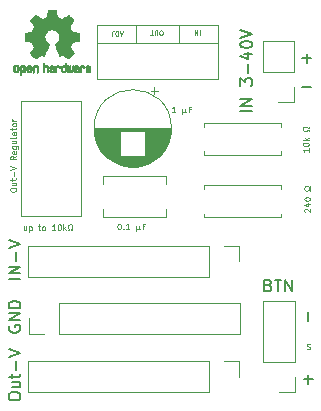
<source format=gto>
%TF.GenerationSoftware,KiCad,Pcbnew,(5.1.12-1-10_14)*%
%TF.CreationDate,2021-12-29T19:37:03+01:00*%
%TF.ProjectId,contraddictionLamp_signals,636f6e74-7261-4646-9469-6374696f6e4c,1*%
%TF.SameCoordinates,Original*%
%TF.FileFunction,Legend,Top*%
%TF.FilePolarity,Positive*%
%FSLAX46Y46*%
G04 Gerber Fmt 4.6, Leading zero omitted, Abs format (unit mm)*
G04 Created by KiCad (PCBNEW (5.1.12-1-10_14)) date 2021-12-29 19:37:03*
%MOMM*%
%LPD*%
G01*
G04 APERTURE LIST*
%ADD10C,0.100000*%
%ADD11C,0.150000*%
%ADD12C,0.030000*%
%ADD13C,0.125000*%
%ADD14C,0.010000*%
%ADD15C,0.120000*%
G04 APERTURE END LIST*
D10*
X141077190Y-95130571D02*
X141077190Y-95035333D01*
X141101000Y-94987714D01*
X141148619Y-94940095D01*
X141243857Y-94916285D01*
X141410523Y-94916285D01*
X141505761Y-94940095D01*
X141553380Y-94987714D01*
X141577190Y-95035333D01*
X141577190Y-95130571D01*
X141553380Y-95178190D01*
X141505761Y-95225809D01*
X141410523Y-95249619D01*
X141243857Y-95249619D01*
X141148619Y-95225809D01*
X141101000Y-95178190D01*
X141077190Y-95130571D01*
X141243857Y-94487714D02*
X141577190Y-94487714D01*
X141243857Y-94702000D02*
X141505761Y-94702000D01*
X141553380Y-94678190D01*
X141577190Y-94630571D01*
X141577190Y-94559142D01*
X141553380Y-94511523D01*
X141529571Y-94487714D01*
X141243857Y-94321047D02*
X141243857Y-94130571D01*
X141077190Y-94249619D02*
X141505761Y-94249619D01*
X141553380Y-94225809D01*
X141577190Y-94178190D01*
X141577190Y-94130571D01*
X141386714Y-93963904D02*
X141386714Y-93582952D01*
X141077190Y-93416285D02*
X141577190Y-93249619D01*
X141077190Y-93082952D01*
X141577190Y-92249619D02*
X141339095Y-92416285D01*
X141577190Y-92535333D02*
X141077190Y-92535333D01*
X141077190Y-92344857D01*
X141101000Y-92297238D01*
X141124809Y-92273428D01*
X141172428Y-92249619D01*
X141243857Y-92249619D01*
X141291476Y-92273428D01*
X141315285Y-92297238D01*
X141339095Y-92344857D01*
X141339095Y-92535333D01*
X141553380Y-91844857D02*
X141577190Y-91892476D01*
X141577190Y-91987714D01*
X141553380Y-92035333D01*
X141505761Y-92059142D01*
X141315285Y-92059142D01*
X141267666Y-92035333D01*
X141243857Y-91987714D01*
X141243857Y-91892476D01*
X141267666Y-91844857D01*
X141315285Y-91821047D01*
X141362904Y-91821047D01*
X141410523Y-92059142D01*
X141243857Y-91392476D02*
X141648619Y-91392476D01*
X141696238Y-91416285D01*
X141720047Y-91440095D01*
X141743857Y-91487714D01*
X141743857Y-91559142D01*
X141720047Y-91606761D01*
X141553380Y-91392476D02*
X141577190Y-91440095D01*
X141577190Y-91535333D01*
X141553380Y-91582952D01*
X141529571Y-91606761D01*
X141481952Y-91630571D01*
X141339095Y-91630571D01*
X141291476Y-91606761D01*
X141267666Y-91582952D01*
X141243857Y-91535333D01*
X141243857Y-91440095D01*
X141267666Y-91392476D01*
X141243857Y-90940095D02*
X141577190Y-90940095D01*
X141243857Y-91154380D02*
X141505761Y-91154380D01*
X141553380Y-91130571D01*
X141577190Y-91082952D01*
X141577190Y-91011523D01*
X141553380Y-90963904D01*
X141529571Y-90940095D01*
X141577190Y-90630571D02*
X141553380Y-90678190D01*
X141505761Y-90702000D01*
X141077190Y-90702000D01*
X141577190Y-90225809D02*
X141315285Y-90225809D01*
X141267666Y-90249619D01*
X141243857Y-90297238D01*
X141243857Y-90392476D01*
X141267666Y-90440095D01*
X141553380Y-90225809D02*
X141577190Y-90273428D01*
X141577190Y-90392476D01*
X141553380Y-90440095D01*
X141505761Y-90463904D01*
X141458142Y-90463904D01*
X141410523Y-90440095D01*
X141386714Y-90392476D01*
X141386714Y-90273428D01*
X141362904Y-90225809D01*
X141243857Y-90059142D02*
X141243857Y-89868666D01*
X141077190Y-89987714D02*
X141505761Y-89987714D01*
X141553380Y-89963904D01*
X141577190Y-89916285D01*
X141577190Y-89868666D01*
X141577190Y-89630571D02*
X141553380Y-89678190D01*
X141529571Y-89702000D01*
X141481952Y-89725809D01*
X141339095Y-89725809D01*
X141291476Y-89702000D01*
X141267666Y-89678190D01*
X141243857Y-89630571D01*
X141243857Y-89559142D01*
X141267666Y-89511523D01*
X141291476Y-89487714D01*
X141339095Y-89463904D01*
X141481952Y-89463904D01*
X141529571Y-89487714D01*
X141553380Y-89511523D01*
X141577190Y-89559142D01*
X141577190Y-89630571D01*
X141577190Y-89249619D02*
X141243857Y-89249619D01*
X141339095Y-89249619D02*
X141291476Y-89225809D01*
X141267666Y-89202000D01*
X141243857Y-89154380D01*
X141243857Y-89106761D01*
D11*
X165798547Y-86431428D02*
X166560452Y-86431428D01*
D10*
X166016809Y-96980238D02*
X165993000Y-96956428D01*
X165969190Y-96908809D01*
X165969190Y-96789761D01*
X165993000Y-96742142D01*
X166016809Y-96718333D01*
X166064428Y-96694523D01*
X166112047Y-96694523D01*
X166183476Y-96718333D01*
X166469190Y-97004047D01*
X166469190Y-96694523D01*
X166135857Y-96265952D02*
X166469190Y-96265952D01*
X165945380Y-96385000D02*
X166302523Y-96504047D01*
X166302523Y-96194523D01*
X165969190Y-95908809D02*
X165969190Y-95861190D01*
X165993000Y-95813571D01*
X166016809Y-95789761D01*
X166064428Y-95765952D01*
X166159666Y-95742142D01*
X166278714Y-95742142D01*
X166373952Y-95765952D01*
X166421571Y-95789761D01*
X166445380Y-95813571D01*
X166469190Y-95861190D01*
X166469190Y-95908809D01*
X166445380Y-95956428D01*
X166421571Y-95980238D01*
X166373952Y-96004047D01*
X166278714Y-96027857D01*
X166159666Y-96027857D01*
X166064428Y-96004047D01*
X166016809Y-95980238D01*
X165993000Y-95956428D01*
X165969190Y-95908809D01*
X166469190Y-95170714D02*
X166469190Y-95051666D01*
X166373952Y-95051666D01*
X166350142Y-95099285D01*
X166302523Y-95146904D01*
X166231095Y-95170714D01*
X166112047Y-95170714D01*
X166040619Y-95146904D01*
X165993000Y-95099285D01*
X165969190Y-95027857D01*
X165969190Y-94932619D01*
X165993000Y-94861190D01*
X166040619Y-94813571D01*
X166112047Y-94789761D01*
X166231095Y-94789761D01*
X166302523Y-94813571D01*
X166350142Y-94861190D01*
X166373952Y-94908809D01*
X166469190Y-94908809D01*
X166469190Y-94789761D01*
X142438666Y-98190857D02*
X142438666Y-98524190D01*
X142224380Y-98190857D02*
X142224380Y-98452761D01*
X142248190Y-98500380D01*
X142295809Y-98524190D01*
X142367238Y-98524190D01*
X142414857Y-98500380D01*
X142438666Y-98476571D01*
X142676761Y-98190857D02*
X142676761Y-98690857D01*
X142676761Y-98214666D02*
X142724380Y-98190857D01*
X142819619Y-98190857D01*
X142867238Y-98214666D01*
X142891047Y-98238476D01*
X142914857Y-98286095D01*
X142914857Y-98428952D01*
X142891047Y-98476571D01*
X142867238Y-98500380D01*
X142819619Y-98524190D01*
X142724380Y-98524190D01*
X142676761Y-98500380D01*
X143438666Y-98190857D02*
X143629142Y-98190857D01*
X143510095Y-98024190D02*
X143510095Y-98452761D01*
X143533904Y-98500380D01*
X143581523Y-98524190D01*
X143629142Y-98524190D01*
X143867238Y-98524190D02*
X143819619Y-98500380D01*
X143795809Y-98476571D01*
X143772000Y-98428952D01*
X143772000Y-98286095D01*
X143795809Y-98238476D01*
X143819619Y-98214666D01*
X143867238Y-98190857D01*
X143938666Y-98190857D01*
X143986285Y-98214666D01*
X144010095Y-98238476D01*
X144033904Y-98286095D01*
X144033904Y-98428952D01*
X144010095Y-98476571D01*
X143986285Y-98500380D01*
X143938666Y-98524190D01*
X143867238Y-98524190D01*
X144891047Y-98524190D02*
X144605333Y-98524190D01*
X144748190Y-98524190D02*
X144748190Y-98024190D01*
X144700571Y-98095619D01*
X144652952Y-98143238D01*
X144605333Y-98167047D01*
X145200571Y-98024190D02*
X145248190Y-98024190D01*
X145295809Y-98048000D01*
X145319619Y-98071809D01*
X145343428Y-98119428D01*
X145367238Y-98214666D01*
X145367238Y-98333714D01*
X145343428Y-98428952D01*
X145319619Y-98476571D01*
X145295809Y-98500380D01*
X145248190Y-98524190D01*
X145200571Y-98524190D01*
X145152952Y-98500380D01*
X145129142Y-98476571D01*
X145105333Y-98428952D01*
X145081523Y-98333714D01*
X145081523Y-98214666D01*
X145105333Y-98119428D01*
X145129142Y-98071809D01*
X145152952Y-98048000D01*
X145200571Y-98024190D01*
X145581523Y-98524190D02*
X145581523Y-98024190D01*
X145629142Y-98333714D02*
X145772000Y-98524190D01*
X145772000Y-98190857D02*
X145581523Y-98381333D01*
X145962476Y-98524190D02*
X146081523Y-98524190D01*
X146081523Y-98428952D01*
X146033904Y-98405142D01*
X145986285Y-98357523D01*
X145962476Y-98286095D01*
X145962476Y-98167047D01*
X145986285Y-98095619D01*
X146033904Y-98048000D01*
X146105333Y-98024190D01*
X146200571Y-98024190D01*
X146272000Y-98048000D01*
X146319619Y-98095619D01*
X146343428Y-98167047D01*
X146343428Y-98286095D01*
X146319619Y-98357523D01*
X146272000Y-98405142D01*
X146224380Y-98428952D01*
X146224380Y-98524190D01*
X146343428Y-98524190D01*
D12*
X150561619Y-81784833D02*
X150371142Y-81784833D01*
X150599714Y-81670547D02*
X150466380Y-82070547D01*
X150333047Y-81670547D01*
X150199714Y-81670547D02*
X150199714Y-82070547D01*
X150104476Y-82070547D01*
X150047333Y-82051500D01*
X150009238Y-82013404D01*
X149990190Y-81975309D01*
X149971142Y-81899119D01*
X149971142Y-81841976D01*
X149990190Y-81765785D01*
X150009238Y-81727690D01*
X150047333Y-81689595D01*
X150104476Y-81670547D01*
X150199714Y-81670547D01*
X149685428Y-82070547D02*
X149685428Y-81784833D01*
X149704476Y-81727690D01*
X149742571Y-81689595D01*
X149799714Y-81670547D01*
X149837809Y-81670547D01*
X153879500Y-82007047D02*
X153803309Y-82007047D01*
X153765214Y-81988000D01*
X153727119Y-81949904D01*
X153708071Y-81873714D01*
X153708071Y-81740380D01*
X153727119Y-81664190D01*
X153765214Y-81626095D01*
X153803309Y-81607047D01*
X153879500Y-81607047D01*
X153917595Y-81626095D01*
X153955690Y-81664190D01*
X153974738Y-81740380D01*
X153974738Y-81873714D01*
X153955690Y-81949904D01*
X153917595Y-81988000D01*
X153879500Y-82007047D01*
X153536642Y-82007047D02*
X153536642Y-81683238D01*
X153517595Y-81645142D01*
X153498547Y-81626095D01*
X153460452Y-81607047D01*
X153384261Y-81607047D01*
X153346166Y-81626095D01*
X153327119Y-81645142D01*
X153308071Y-81683238D01*
X153308071Y-82007047D01*
X153174738Y-82007047D02*
X152946166Y-82007047D01*
X153060452Y-81607047D02*
X153060452Y-82007047D01*
X157118023Y-81607047D02*
X157118023Y-82007047D01*
X156927547Y-81607047D02*
X156927547Y-82007047D01*
X156698976Y-81607047D01*
X156698976Y-82007047D01*
D11*
X161551880Y-88470952D02*
X160551880Y-88470952D01*
X161551880Y-87994761D02*
X160551880Y-87994761D01*
X161551880Y-87423333D01*
X160551880Y-87423333D01*
X160551880Y-86280476D02*
X160551880Y-85661428D01*
X160932833Y-85994761D01*
X160932833Y-85851904D01*
X160980452Y-85756666D01*
X161028071Y-85709047D01*
X161123309Y-85661428D01*
X161361404Y-85661428D01*
X161456642Y-85709047D01*
X161504261Y-85756666D01*
X161551880Y-85851904D01*
X161551880Y-86137619D01*
X161504261Y-86232857D01*
X161456642Y-86280476D01*
X161170928Y-85232857D02*
X161170928Y-84470952D01*
X160885214Y-83566190D02*
X161551880Y-83566190D01*
X160504261Y-83804285D02*
X161218547Y-84042380D01*
X161218547Y-83423333D01*
X160551880Y-82851904D02*
X160551880Y-82756666D01*
X160599500Y-82661428D01*
X160647119Y-82613809D01*
X160742357Y-82566190D01*
X160932833Y-82518571D01*
X161170928Y-82518571D01*
X161361404Y-82566190D01*
X161456642Y-82613809D01*
X161504261Y-82661428D01*
X161551880Y-82756666D01*
X161551880Y-82851904D01*
X161504261Y-82947142D01*
X161456642Y-82994761D01*
X161361404Y-83042380D01*
X161170928Y-83090000D01*
X160932833Y-83090000D01*
X160742357Y-83042380D01*
X160647119Y-82994761D01*
X160599500Y-82947142D01*
X160551880Y-82851904D01*
X160551880Y-82232857D02*
X161551880Y-81899523D01*
X160551880Y-81566190D01*
D10*
X150272880Y-97960690D02*
X150320500Y-97960690D01*
X150368119Y-97984500D01*
X150391928Y-98008309D01*
X150415738Y-98055928D01*
X150439547Y-98151166D01*
X150439547Y-98270214D01*
X150415738Y-98365452D01*
X150391928Y-98413071D01*
X150368119Y-98436880D01*
X150320500Y-98460690D01*
X150272880Y-98460690D01*
X150225261Y-98436880D01*
X150201452Y-98413071D01*
X150177642Y-98365452D01*
X150153833Y-98270214D01*
X150153833Y-98151166D01*
X150177642Y-98055928D01*
X150201452Y-98008309D01*
X150225261Y-97984500D01*
X150272880Y-97960690D01*
X150653833Y-98413071D02*
X150677642Y-98436880D01*
X150653833Y-98460690D01*
X150630023Y-98436880D01*
X150653833Y-98413071D01*
X150653833Y-98460690D01*
X151153833Y-98460690D02*
X150868119Y-98460690D01*
X151010976Y-98460690D02*
X151010976Y-97960690D01*
X150963357Y-98032119D01*
X150915738Y-98079738D01*
X150868119Y-98103547D01*
X151749071Y-98127357D02*
X151749071Y-98627357D01*
X151987166Y-98389261D02*
X152010976Y-98436880D01*
X152058595Y-98460690D01*
X151749071Y-98389261D02*
X151772880Y-98436880D01*
X151820500Y-98460690D01*
X151915738Y-98460690D01*
X151963357Y-98436880D01*
X151987166Y-98389261D01*
X151987166Y-98127357D01*
X152439547Y-98198785D02*
X152272880Y-98198785D01*
X152272880Y-98460690D02*
X152272880Y-97960690D01*
X152510976Y-97960690D01*
X155051190Y-88554690D02*
X154765476Y-88554690D01*
X154908333Y-88554690D02*
X154908333Y-88054690D01*
X154860714Y-88126119D01*
X154813095Y-88173738D01*
X154765476Y-88197547D01*
X155646428Y-88221357D02*
X155646428Y-88721357D01*
X155884523Y-88483261D02*
X155908333Y-88530880D01*
X155955952Y-88554690D01*
X155646428Y-88483261D02*
X155670238Y-88530880D01*
X155717857Y-88554690D01*
X155813095Y-88554690D01*
X155860714Y-88530880D01*
X155884523Y-88483261D01*
X155884523Y-88221357D01*
X156336904Y-88292785D02*
X156170238Y-88292785D01*
X156170238Y-88554690D02*
X156170238Y-88054690D01*
X156408333Y-88054690D01*
D11*
X141930380Y-102663428D02*
X140930380Y-102663428D01*
X141930380Y-102187238D02*
X140930380Y-102187238D01*
X141930380Y-101615809D01*
X140930380Y-101615809D01*
X141549428Y-101139619D02*
X141549428Y-100377714D01*
X140930380Y-100044380D02*
X141930380Y-99711047D01*
X140930380Y-99377714D01*
D13*
X166163642Y-108596880D02*
X166235071Y-108620690D01*
X166354119Y-108620690D01*
X166401738Y-108596880D01*
X166425547Y-108573071D01*
X166449357Y-108525452D01*
X166449357Y-108477833D01*
X166425547Y-108430214D01*
X166401738Y-108406404D01*
X166354119Y-108382595D01*
X166258880Y-108358785D01*
X166211261Y-108334976D01*
X166187452Y-108311166D01*
X166163642Y-108263547D01*
X166163642Y-108215928D01*
X166187452Y-108168309D01*
X166211261Y-108144500D01*
X166258880Y-108120690D01*
X166377928Y-108120690D01*
X166449357Y-108144500D01*
D11*
X166314428Y-106171952D02*
X166314428Y-105410047D01*
X165925547Y-111132928D02*
X166687452Y-111132928D01*
X166306500Y-111513880D02*
X166306500Y-110751976D01*
X165798547Y-83954928D02*
X166560452Y-83954928D01*
X166179500Y-84335880D02*
X166179500Y-83573976D01*
X162933166Y-103179571D02*
X163076023Y-103227190D01*
X163123642Y-103274809D01*
X163171261Y-103370047D01*
X163171261Y-103512904D01*
X163123642Y-103608142D01*
X163076023Y-103655761D01*
X162980785Y-103703380D01*
X162599833Y-103703380D01*
X162599833Y-102703380D01*
X162933166Y-102703380D01*
X163028404Y-102751000D01*
X163076023Y-102798619D01*
X163123642Y-102893857D01*
X163123642Y-102989095D01*
X163076023Y-103084333D01*
X163028404Y-103131952D01*
X162933166Y-103179571D01*
X162599833Y-103179571D01*
X163456976Y-102703380D02*
X164028404Y-102703380D01*
X163742690Y-103703380D02*
X163742690Y-102703380D01*
X164361738Y-103703380D02*
X164361738Y-102703380D01*
X164933166Y-103703380D01*
X164933166Y-102703380D01*
D10*
X166342190Y-91578809D02*
X166342190Y-91864523D01*
X166342190Y-91721666D02*
X165842190Y-91721666D01*
X165913619Y-91769285D01*
X165961238Y-91816904D01*
X165985047Y-91864523D01*
X165842190Y-91269285D02*
X165842190Y-91221666D01*
X165866000Y-91174047D01*
X165889809Y-91150238D01*
X165937428Y-91126428D01*
X166032666Y-91102619D01*
X166151714Y-91102619D01*
X166246952Y-91126428D01*
X166294571Y-91150238D01*
X166318380Y-91174047D01*
X166342190Y-91221666D01*
X166342190Y-91269285D01*
X166318380Y-91316904D01*
X166294571Y-91340714D01*
X166246952Y-91364523D01*
X166151714Y-91388333D01*
X166032666Y-91388333D01*
X165937428Y-91364523D01*
X165889809Y-91340714D01*
X165866000Y-91316904D01*
X165842190Y-91269285D01*
X166342190Y-90888333D02*
X165842190Y-90888333D01*
X166151714Y-90840714D02*
X166342190Y-90697857D01*
X166008857Y-90697857D02*
X166199333Y-90888333D01*
X166342190Y-90126428D02*
X166342190Y-90007380D01*
X166246952Y-90007380D01*
X166223142Y-90055000D01*
X166175523Y-90102619D01*
X166104095Y-90126428D01*
X165985047Y-90126428D01*
X165913619Y-90102619D01*
X165866000Y-90055000D01*
X165842190Y-89983571D01*
X165842190Y-89888333D01*
X165866000Y-89816904D01*
X165913619Y-89769285D01*
X165985047Y-89745476D01*
X166104095Y-89745476D01*
X166175523Y-89769285D01*
X166223142Y-89816904D01*
X166246952Y-89864523D01*
X166342190Y-89864523D01*
X166342190Y-89745476D01*
D11*
X140978000Y-106616404D02*
X140930380Y-106711642D01*
X140930380Y-106854500D01*
X140978000Y-106997357D01*
X141073238Y-107092595D01*
X141168476Y-107140214D01*
X141358952Y-107187833D01*
X141501809Y-107187833D01*
X141692285Y-107140214D01*
X141787523Y-107092595D01*
X141882761Y-106997357D01*
X141930380Y-106854500D01*
X141930380Y-106759261D01*
X141882761Y-106616404D01*
X141835142Y-106568785D01*
X141501809Y-106568785D01*
X141501809Y-106759261D01*
X141930380Y-106140214D02*
X140930380Y-106140214D01*
X141930380Y-105568785D01*
X140930380Y-105568785D01*
X141930380Y-105092595D02*
X140930380Y-105092595D01*
X140930380Y-104854500D01*
X140978000Y-104711642D01*
X141073238Y-104616404D01*
X141168476Y-104568785D01*
X141358952Y-104521166D01*
X141501809Y-104521166D01*
X141692285Y-104568785D01*
X141787523Y-104616404D01*
X141882761Y-104711642D01*
X141930380Y-104854500D01*
X141930380Y-105092595D01*
X140930380Y-112688452D02*
X140930380Y-112497976D01*
X140978000Y-112402738D01*
X141073238Y-112307500D01*
X141263714Y-112259880D01*
X141597047Y-112259880D01*
X141787523Y-112307500D01*
X141882761Y-112402738D01*
X141930380Y-112497976D01*
X141930380Y-112688452D01*
X141882761Y-112783690D01*
X141787523Y-112878928D01*
X141597047Y-112926547D01*
X141263714Y-112926547D01*
X141073238Y-112878928D01*
X140978000Y-112783690D01*
X140930380Y-112688452D01*
X141263714Y-111402738D02*
X141930380Y-111402738D01*
X141263714Y-111831309D02*
X141787523Y-111831309D01*
X141882761Y-111783690D01*
X141930380Y-111688452D01*
X141930380Y-111545595D01*
X141882761Y-111450357D01*
X141835142Y-111402738D01*
X141263714Y-111069404D02*
X141263714Y-110688452D01*
X140930380Y-110926547D02*
X141787523Y-110926547D01*
X141882761Y-110878928D01*
X141930380Y-110783690D01*
X141930380Y-110688452D01*
X141549428Y-110355119D02*
X141549428Y-109593214D01*
X140930380Y-109259880D02*
X141930380Y-108926547D01*
X140930380Y-108593214D01*
D14*
%TO.C,REF\u002A\u002A*%
G36*
X142189244Y-84533418D02*
G01*
X142244701Y-84561068D01*
X142293648Y-84611980D01*
X142307129Y-84630838D01*
X142321814Y-84655515D01*
X142331342Y-84682316D01*
X142336793Y-84718087D01*
X142339247Y-84769669D01*
X142339786Y-84837767D01*
X142337352Y-84931088D01*
X142328894Y-85001157D01*
X142312674Y-85053431D01*
X142286954Y-85093369D01*
X142249997Y-85126429D01*
X142247282Y-85128386D01*
X142210860Y-85148408D01*
X142167002Y-85158315D01*
X142111224Y-85160757D01*
X142020548Y-85160757D01*
X142020510Y-85248783D01*
X142019666Y-85297808D01*
X142014524Y-85326565D01*
X142001087Y-85343811D01*
X141975358Y-85358308D01*
X141969179Y-85361269D01*
X141940264Y-85375148D01*
X141917876Y-85383914D01*
X141901229Y-85384671D01*
X141889536Y-85374523D01*
X141882010Y-85350573D01*
X141877866Y-85309926D01*
X141876315Y-85249686D01*
X141876571Y-85166955D01*
X141877849Y-85058839D01*
X141878248Y-85026500D01*
X141879685Y-84915024D01*
X141880972Y-84842103D01*
X142020471Y-84842103D01*
X142021255Y-84903999D01*
X142024740Y-84944497D01*
X142032624Y-84971208D01*
X142046605Y-84991744D01*
X142056097Y-85001760D01*
X142094904Y-85031067D01*
X142129263Y-85033452D01*
X142164716Y-85009250D01*
X142165614Y-85008357D01*
X142180039Y-84989653D01*
X142188813Y-84964232D01*
X142193239Y-84925084D01*
X142194618Y-84865197D01*
X142194643Y-84851930D01*
X142191312Y-84769401D01*
X142180469Y-84712191D01*
X142160840Y-84677266D01*
X142131150Y-84661594D01*
X142113991Y-84660014D01*
X142073266Y-84667426D01*
X142045332Y-84691830D01*
X142028517Y-84736480D01*
X142021150Y-84804630D01*
X142020471Y-84842103D01*
X141880972Y-84842103D01*
X141881208Y-84828745D01*
X141883177Y-84763833D01*
X141885950Y-84716458D01*
X141889888Y-84682790D01*
X141895349Y-84658998D01*
X141902692Y-84641253D01*
X141912277Y-84625724D01*
X141916387Y-84619881D01*
X141970905Y-84564685D01*
X142039836Y-84533390D01*
X142119572Y-84524665D01*
X142189244Y-84533418D01*
G37*
X142189244Y-84533418D02*
X142244701Y-84561068D01*
X142293648Y-84611980D01*
X142307129Y-84630838D01*
X142321814Y-84655515D01*
X142331342Y-84682316D01*
X142336793Y-84718087D01*
X142339247Y-84769669D01*
X142339786Y-84837767D01*
X142337352Y-84931088D01*
X142328894Y-85001157D01*
X142312674Y-85053431D01*
X142286954Y-85093369D01*
X142249997Y-85126429D01*
X142247282Y-85128386D01*
X142210860Y-85148408D01*
X142167002Y-85158315D01*
X142111224Y-85160757D01*
X142020548Y-85160757D01*
X142020510Y-85248783D01*
X142019666Y-85297808D01*
X142014524Y-85326565D01*
X142001087Y-85343811D01*
X141975358Y-85358308D01*
X141969179Y-85361269D01*
X141940264Y-85375148D01*
X141917876Y-85383914D01*
X141901229Y-85384671D01*
X141889536Y-85374523D01*
X141882010Y-85350573D01*
X141877866Y-85309926D01*
X141876315Y-85249686D01*
X141876571Y-85166955D01*
X141877849Y-85058839D01*
X141878248Y-85026500D01*
X141879685Y-84915024D01*
X141880972Y-84842103D01*
X142020471Y-84842103D01*
X142021255Y-84903999D01*
X142024740Y-84944497D01*
X142032624Y-84971208D01*
X142046605Y-84991744D01*
X142056097Y-85001760D01*
X142094904Y-85031067D01*
X142129263Y-85033452D01*
X142164716Y-85009250D01*
X142165614Y-85008357D01*
X142180039Y-84989653D01*
X142188813Y-84964232D01*
X142193239Y-84925084D01*
X142194618Y-84865197D01*
X142194643Y-84851930D01*
X142191312Y-84769401D01*
X142180469Y-84712191D01*
X142160840Y-84677266D01*
X142131150Y-84661594D01*
X142113991Y-84660014D01*
X142073266Y-84667426D01*
X142045332Y-84691830D01*
X142028517Y-84736480D01*
X142021150Y-84804630D01*
X142020471Y-84842103D01*
X141880972Y-84842103D01*
X141881208Y-84828745D01*
X141883177Y-84763833D01*
X141885950Y-84716458D01*
X141889888Y-84682790D01*
X141895349Y-84658998D01*
X141902692Y-84641253D01*
X141912277Y-84625724D01*
X141916387Y-84619881D01*
X141970905Y-84564685D01*
X142039836Y-84533390D01*
X142119572Y-84524665D01*
X142189244Y-84533418D01*
G36*
X143305593Y-84541280D02*
G01*
X143352172Y-84568223D01*
X143384557Y-84594966D01*
X143408242Y-84622984D01*
X143424559Y-84657248D01*
X143434839Y-84702727D01*
X143440414Y-84764392D01*
X143442616Y-84847211D01*
X143442871Y-84906746D01*
X143442871Y-85125891D01*
X143381186Y-85153544D01*
X143319500Y-85181197D01*
X143312243Y-84941170D01*
X143309244Y-84851528D01*
X143306098Y-84786462D01*
X143302201Y-84741526D01*
X143296947Y-84712270D01*
X143289731Y-84694248D01*
X143279950Y-84683011D01*
X143276812Y-84680579D01*
X143229261Y-84661583D01*
X143181197Y-84669100D01*
X143152586Y-84689043D01*
X143140947Y-84703175D01*
X143132891Y-84721720D01*
X143127771Y-84749834D01*
X143124941Y-84792673D01*
X143123756Y-84855395D01*
X143123557Y-84920761D01*
X143123518Y-85002768D01*
X143122114Y-85060816D01*
X143117414Y-85099965D01*
X143107487Y-85125280D01*
X143090403Y-85141823D01*
X143064232Y-85154656D01*
X143029275Y-85167991D01*
X142991096Y-85182507D01*
X142995641Y-84924889D01*
X142997471Y-84832019D01*
X142999612Y-84763389D01*
X143002681Y-84714211D01*
X143007294Y-84679698D01*
X143014068Y-84655062D01*
X143023619Y-84635516D01*
X143035134Y-84618270D01*
X143090690Y-84563180D01*
X143158480Y-84531322D01*
X143232213Y-84523691D01*
X143305593Y-84541280D01*
G37*
X143305593Y-84541280D02*
X143352172Y-84568223D01*
X143384557Y-84594966D01*
X143408242Y-84622984D01*
X143424559Y-84657248D01*
X143434839Y-84702727D01*
X143440414Y-84764392D01*
X143442616Y-84847211D01*
X143442871Y-84906746D01*
X143442871Y-85125891D01*
X143381186Y-85153544D01*
X143319500Y-85181197D01*
X143312243Y-84941170D01*
X143309244Y-84851528D01*
X143306098Y-84786462D01*
X143302201Y-84741526D01*
X143296947Y-84712270D01*
X143289731Y-84694248D01*
X143279950Y-84683011D01*
X143276812Y-84680579D01*
X143229261Y-84661583D01*
X143181197Y-84669100D01*
X143152586Y-84689043D01*
X143140947Y-84703175D01*
X143132891Y-84721720D01*
X143127771Y-84749834D01*
X143124941Y-84792673D01*
X143123756Y-84855395D01*
X143123557Y-84920761D01*
X143123518Y-85002768D01*
X143122114Y-85060816D01*
X143117414Y-85099965D01*
X143107487Y-85125280D01*
X143090403Y-85141823D01*
X143064232Y-85154656D01*
X143029275Y-85167991D01*
X142991096Y-85182507D01*
X142995641Y-84924889D01*
X142997471Y-84832019D01*
X142999612Y-84763389D01*
X143002681Y-84714211D01*
X143007294Y-84679698D01*
X143014068Y-84655062D01*
X143023619Y-84635516D01*
X143035134Y-84618270D01*
X143090690Y-84563180D01*
X143158480Y-84531322D01*
X143232213Y-84523691D01*
X143305593Y-84541280D01*
G36*
X141630615Y-84535462D02*
G01*
X141698645Y-84571233D01*
X141748851Y-84628801D01*
X141766685Y-84665812D01*
X141780563Y-84721382D01*
X141787667Y-84791596D01*
X141788340Y-84868227D01*
X141782927Y-84943052D01*
X141771770Y-85007842D01*
X141755214Y-85054373D01*
X141750126Y-85062387D01*
X141689855Y-85122207D01*
X141618269Y-85158035D01*
X141540592Y-85168520D01*
X141462048Y-85152310D01*
X141440189Y-85142592D01*
X141397622Y-85112643D01*
X141360263Y-85072933D01*
X141356732Y-85067897D01*
X141342381Y-85043624D01*
X141332894Y-85017678D01*
X141327290Y-84983522D01*
X141324586Y-84934619D01*
X141323799Y-84864435D01*
X141323786Y-84848700D01*
X141323822Y-84843692D01*
X141468929Y-84843692D01*
X141469773Y-84909930D01*
X141473096Y-84953886D01*
X141480083Y-84982279D01*
X141491916Y-85001825D01*
X141497957Y-85008357D01*
X141532686Y-85033180D01*
X141566403Y-85032048D01*
X141600495Y-85010516D01*
X141620829Y-84987529D01*
X141632871Y-84953978D01*
X141639634Y-84901069D01*
X141640098Y-84894899D01*
X141641252Y-84799013D01*
X141629188Y-84727799D01*
X141604070Y-84681694D01*
X141566060Y-84661135D01*
X141552492Y-84660014D01*
X141516864Y-84665652D01*
X141492494Y-84685186D01*
X141477593Y-84722542D01*
X141470375Y-84781650D01*
X141468929Y-84843692D01*
X141323822Y-84843692D01*
X141324326Y-84773913D01*
X141326596Y-84721659D01*
X141331568Y-84685449D01*
X141340213Y-84658799D01*
X141353505Y-84635222D01*
X141356443Y-84630838D01*
X141405813Y-84571749D01*
X141459609Y-84537447D01*
X141525102Y-84523831D01*
X141547342Y-84523165D01*
X141630615Y-84535462D01*
G37*
X141630615Y-84535462D02*
X141698645Y-84571233D01*
X141748851Y-84628801D01*
X141766685Y-84665812D01*
X141780563Y-84721382D01*
X141787667Y-84791596D01*
X141788340Y-84868227D01*
X141782927Y-84943052D01*
X141771770Y-85007842D01*
X141755214Y-85054373D01*
X141750126Y-85062387D01*
X141689855Y-85122207D01*
X141618269Y-85158035D01*
X141540592Y-85168520D01*
X141462048Y-85152310D01*
X141440189Y-85142592D01*
X141397622Y-85112643D01*
X141360263Y-85072933D01*
X141356732Y-85067897D01*
X141342381Y-85043624D01*
X141332894Y-85017678D01*
X141327290Y-84983522D01*
X141324586Y-84934619D01*
X141323799Y-84864435D01*
X141323786Y-84848700D01*
X141323822Y-84843692D01*
X141468929Y-84843692D01*
X141469773Y-84909930D01*
X141473096Y-84953886D01*
X141480083Y-84982279D01*
X141491916Y-85001825D01*
X141497957Y-85008357D01*
X141532686Y-85033180D01*
X141566403Y-85032048D01*
X141600495Y-85010516D01*
X141620829Y-84987529D01*
X141632871Y-84953978D01*
X141639634Y-84901069D01*
X141640098Y-84894899D01*
X141641252Y-84799013D01*
X141629188Y-84727799D01*
X141604070Y-84681694D01*
X141566060Y-84661135D01*
X141552492Y-84660014D01*
X141516864Y-84665652D01*
X141492494Y-84685186D01*
X141477593Y-84722542D01*
X141470375Y-84781650D01*
X141468929Y-84843692D01*
X141323822Y-84843692D01*
X141324326Y-84773913D01*
X141326596Y-84721659D01*
X141331568Y-84685449D01*
X141340213Y-84658799D01*
X141353505Y-84635222D01*
X141356443Y-84630838D01*
X141405813Y-84571749D01*
X141459609Y-84537447D01*
X141525102Y-84523831D01*
X141547342Y-84523165D01*
X141630615Y-84535462D01*
G36*
X142757803Y-84544739D02*
G01*
X142815027Y-84583235D01*
X142859249Y-84638835D01*
X142885667Y-84709586D01*
X142891010Y-84761662D01*
X142890403Y-84783393D01*
X142885322Y-84800031D01*
X142871355Y-84814937D01*
X142844089Y-84831473D01*
X142799112Y-84852998D01*
X142732011Y-84882874D01*
X142731671Y-84883024D01*
X142669907Y-84911313D01*
X142619259Y-84936433D01*
X142584904Y-84955679D01*
X142572018Y-84966348D01*
X142572014Y-84966434D01*
X142583372Y-84989666D01*
X142609931Y-85015274D01*
X142640423Y-85033721D01*
X142655870Y-85037386D01*
X142698015Y-85024712D01*
X142734308Y-84992971D01*
X142752017Y-84958072D01*
X142769052Y-84932345D01*
X142802422Y-84903046D01*
X142841649Y-84877735D01*
X142876256Y-84863971D01*
X142883493Y-84863214D01*
X142891639Y-84875660D01*
X142892130Y-84907472D01*
X142886143Y-84950366D01*
X142874857Y-84996058D01*
X142859450Y-85036261D01*
X142858671Y-85037822D01*
X142812304Y-85102562D01*
X142752211Y-85146597D01*
X142683965Y-85168211D01*
X142613138Y-85165685D01*
X142545304Y-85137304D01*
X142542288Y-85135308D01*
X142488927Y-85086948D01*
X142453840Y-85023852D01*
X142434422Y-84940887D01*
X142431816Y-84917578D01*
X142427201Y-84807555D01*
X142432733Y-84756248D01*
X142572014Y-84756248D01*
X142573824Y-84788253D01*
X142583722Y-84797593D01*
X142608398Y-84790605D01*
X142647295Y-84774087D01*
X142690775Y-84753381D01*
X142691856Y-84752833D01*
X142728709Y-84733449D01*
X142743500Y-84720513D01*
X142739853Y-84706951D01*
X142724495Y-84689132D01*
X142685423Y-84663345D01*
X142643346Y-84661450D01*
X142605603Y-84680217D01*
X142579534Y-84716415D01*
X142572014Y-84756248D01*
X142432733Y-84756248D01*
X142436694Y-84719527D01*
X142461050Y-84649712D01*
X142494956Y-84600802D01*
X142556153Y-84551378D01*
X142623563Y-84526859D01*
X142692380Y-84525297D01*
X142757803Y-84544739D01*
G37*
X142757803Y-84544739D02*
X142815027Y-84583235D01*
X142859249Y-84638835D01*
X142885667Y-84709586D01*
X142891010Y-84761662D01*
X142890403Y-84783393D01*
X142885322Y-84800031D01*
X142871355Y-84814937D01*
X142844089Y-84831473D01*
X142799112Y-84852998D01*
X142732011Y-84882874D01*
X142731671Y-84883024D01*
X142669907Y-84911313D01*
X142619259Y-84936433D01*
X142584904Y-84955679D01*
X142572018Y-84966348D01*
X142572014Y-84966434D01*
X142583372Y-84989666D01*
X142609931Y-85015274D01*
X142640423Y-85033721D01*
X142655870Y-85037386D01*
X142698015Y-85024712D01*
X142734308Y-84992971D01*
X142752017Y-84958072D01*
X142769052Y-84932345D01*
X142802422Y-84903046D01*
X142841649Y-84877735D01*
X142876256Y-84863971D01*
X142883493Y-84863214D01*
X142891639Y-84875660D01*
X142892130Y-84907472D01*
X142886143Y-84950366D01*
X142874857Y-84996058D01*
X142859450Y-85036261D01*
X142858671Y-85037822D01*
X142812304Y-85102562D01*
X142752211Y-85146597D01*
X142683965Y-85168211D01*
X142613138Y-85165685D01*
X142545304Y-85137304D01*
X142542288Y-85135308D01*
X142488927Y-85086948D01*
X142453840Y-85023852D01*
X142434422Y-84940887D01*
X142431816Y-84917578D01*
X142427201Y-84807555D01*
X142432733Y-84756248D01*
X142572014Y-84756248D01*
X142573824Y-84788253D01*
X142583722Y-84797593D01*
X142608398Y-84790605D01*
X142647295Y-84774087D01*
X142690775Y-84753381D01*
X142691856Y-84752833D01*
X142728709Y-84733449D01*
X142743500Y-84720513D01*
X142739853Y-84706951D01*
X142724495Y-84689132D01*
X142685423Y-84663345D01*
X142643346Y-84661450D01*
X142605603Y-84680217D01*
X142579534Y-84716415D01*
X142572014Y-84756248D01*
X142432733Y-84756248D01*
X142436694Y-84719527D01*
X142461050Y-84649712D01*
X142494956Y-84600802D01*
X142556153Y-84551378D01*
X142623563Y-84526859D01*
X142692380Y-84525297D01*
X142757803Y-84544739D01*
G36*
X143965386Y-84464789D02*
G01*
X143969639Y-84524113D01*
X143974525Y-84559072D01*
X143981295Y-84574320D01*
X143991202Y-84574515D01*
X143994414Y-84572695D01*
X144037144Y-84559515D01*
X144092727Y-84560285D01*
X144149237Y-84573833D01*
X144184582Y-84591361D01*
X144220821Y-84619361D01*
X144247313Y-84651049D01*
X144265499Y-84691313D01*
X144276822Y-84745043D01*
X144282722Y-84817126D01*
X144284643Y-84912451D01*
X144284677Y-84930737D01*
X144284700Y-85136146D01*
X144238991Y-85152080D01*
X144206527Y-85162920D01*
X144188715Y-85167968D01*
X144188191Y-85168014D01*
X144186437Y-85154328D01*
X144184944Y-85116576D01*
X144183826Y-85059724D01*
X144183197Y-84988734D01*
X144183100Y-84945573D01*
X144182898Y-84860473D01*
X144181858Y-84799481D01*
X144179331Y-84757677D01*
X144174664Y-84730142D01*
X144167207Y-84711956D01*
X144156311Y-84698198D01*
X144149507Y-84691573D01*
X144102772Y-84664875D01*
X144051772Y-84662875D01*
X144005501Y-84685455D01*
X143996944Y-84693607D01*
X143984393Y-84708936D01*
X143975688Y-84727118D01*
X143970131Y-84753409D01*
X143967026Y-84793062D01*
X143965676Y-84851332D01*
X143965386Y-84931673D01*
X143965386Y-85136146D01*
X143919677Y-85152080D01*
X143887213Y-85162920D01*
X143869401Y-85167968D01*
X143868877Y-85168014D01*
X143867537Y-85154123D01*
X143866328Y-85114939D01*
X143865301Y-85054200D01*
X143864502Y-84975641D01*
X143863981Y-84882998D01*
X143863786Y-84780009D01*
X143863786Y-84382842D01*
X143910957Y-84362944D01*
X143958129Y-84343047D01*
X143965386Y-84464789D01*
G37*
X143965386Y-84464789D02*
X143969639Y-84524113D01*
X143974525Y-84559072D01*
X143981295Y-84574320D01*
X143991202Y-84574515D01*
X143994414Y-84572695D01*
X144037144Y-84559515D01*
X144092727Y-84560285D01*
X144149237Y-84573833D01*
X144184582Y-84591361D01*
X144220821Y-84619361D01*
X144247313Y-84651049D01*
X144265499Y-84691313D01*
X144276822Y-84745043D01*
X144282722Y-84817126D01*
X144284643Y-84912451D01*
X144284677Y-84930737D01*
X144284700Y-85136146D01*
X144238991Y-85152080D01*
X144206527Y-85162920D01*
X144188715Y-85167968D01*
X144188191Y-85168014D01*
X144186437Y-85154328D01*
X144184944Y-85116576D01*
X144183826Y-85059724D01*
X144183197Y-84988734D01*
X144183100Y-84945573D01*
X144182898Y-84860473D01*
X144181858Y-84799481D01*
X144179331Y-84757677D01*
X144174664Y-84730142D01*
X144167207Y-84711956D01*
X144156311Y-84698198D01*
X144149507Y-84691573D01*
X144102772Y-84664875D01*
X144051772Y-84662875D01*
X144005501Y-84685455D01*
X143996944Y-84693607D01*
X143984393Y-84708936D01*
X143975688Y-84727118D01*
X143970131Y-84753409D01*
X143967026Y-84793062D01*
X143965676Y-84851332D01*
X143965386Y-84931673D01*
X143965386Y-85136146D01*
X143919677Y-85152080D01*
X143887213Y-85162920D01*
X143869401Y-85167968D01*
X143868877Y-85168014D01*
X143867537Y-85154123D01*
X143866328Y-85114939D01*
X143865301Y-85054200D01*
X143864502Y-84975641D01*
X143863981Y-84882998D01*
X143863786Y-84780009D01*
X143863786Y-84382842D01*
X143910957Y-84362944D01*
X143958129Y-84343047D01*
X143965386Y-84464789D01*
G36*
X144629244Y-84564468D02*
G01*
X144686116Y-84585587D01*
X144686767Y-84585993D01*
X144721940Y-84611880D01*
X144747907Y-84642133D01*
X144766170Y-84681558D01*
X144778232Y-84734962D01*
X144785596Y-84807151D01*
X144789764Y-84902932D01*
X144790129Y-84916578D01*
X144795376Y-85122342D01*
X144751216Y-85145178D01*
X144719263Y-85160610D01*
X144699970Y-85167923D01*
X144699078Y-85168014D01*
X144695739Y-85154522D01*
X144693087Y-85118126D01*
X144691456Y-85064952D01*
X144691100Y-85021893D01*
X144691092Y-84952141D01*
X144687903Y-84908337D01*
X144676788Y-84887444D01*
X144653001Y-84886425D01*
X144611796Y-84902241D01*
X144549586Y-84931315D01*
X144503841Y-84955463D01*
X144480313Y-84976413D01*
X144473396Y-84999247D01*
X144473386Y-85000377D01*
X144484799Y-85039712D01*
X144518592Y-85060962D01*
X144570309Y-85064039D01*
X144607561Y-85063506D01*
X144627203Y-85074235D01*
X144639452Y-85100005D01*
X144646502Y-85132837D01*
X144636342Y-85151466D01*
X144632517Y-85154132D01*
X144596501Y-85164840D01*
X144546066Y-85166356D01*
X144494126Y-85159259D01*
X144457322Y-85146288D01*
X144406438Y-85103085D01*
X144377514Y-85042946D01*
X144371786Y-84995962D01*
X144376157Y-84953582D01*
X144391975Y-84918988D01*
X144423297Y-84888263D01*
X144474178Y-84857490D01*
X144548676Y-84822752D01*
X144553214Y-84820788D01*
X144620321Y-84789787D01*
X144661732Y-84764362D01*
X144679481Y-84741514D01*
X144675607Y-84718245D01*
X144652143Y-84691556D01*
X144645127Y-84685414D01*
X144598130Y-84661600D01*
X144549433Y-84662603D01*
X144507022Y-84685951D01*
X144478884Y-84729175D01*
X144476269Y-84737660D01*
X144450808Y-84778808D01*
X144418501Y-84798628D01*
X144371786Y-84818270D01*
X144371786Y-84767450D01*
X144385996Y-84693582D01*
X144428175Y-84625827D01*
X144450124Y-84603161D01*
X144500017Y-84574069D01*
X144563467Y-84560900D01*
X144629244Y-84564468D01*
G37*
X144629244Y-84564468D02*
X144686116Y-84585587D01*
X144686767Y-84585993D01*
X144721940Y-84611880D01*
X144747907Y-84642133D01*
X144766170Y-84681558D01*
X144778232Y-84734962D01*
X144785596Y-84807151D01*
X144789764Y-84902932D01*
X144790129Y-84916578D01*
X144795376Y-85122342D01*
X144751216Y-85145178D01*
X144719263Y-85160610D01*
X144699970Y-85167923D01*
X144699078Y-85168014D01*
X144695739Y-85154522D01*
X144693087Y-85118126D01*
X144691456Y-85064952D01*
X144691100Y-85021893D01*
X144691092Y-84952141D01*
X144687903Y-84908337D01*
X144676788Y-84887444D01*
X144653001Y-84886425D01*
X144611796Y-84902241D01*
X144549586Y-84931315D01*
X144503841Y-84955463D01*
X144480313Y-84976413D01*
X144473396Y-84999247D01*
X144473386Y-85000377D01*
X144484799Y-85039712D01*
X144518592Y-85060962D01*
X144570309Y-85064039D01*
X144607561Y-85063506D01*
X144627203Y-85074235D01*
X144639452Y-85100005D01*
X144646502Y-85132837D01*
X144636342Y-85151466D01*
X144632517Y-85154132D01*
X144596501Y-85164840D01*
X144546066Y-85166356D01*
X144494126Y-85159259D01*
X144457322Y-85146288D01*
X144406438Y-85103085D01*
X144377514Y-85042946D01*
X144371786Y-84995962D01*
X144376157Y-84953582D01*
X144391975Y-84918988D01*
X144423297Y-84888263D01*
X144474178Y-84857490D01*
X144548676Y-84822752D01*
X144553214Y-84820788D01*
X144620321Y-84789787D01*
X144661732Y-84764362D01*
X144679481Y-84741514D01*
X144675607Y-84718245D01*
X144652143Y-84691556D01*
X144645127Y-84685414D01*
X144598130Y-84661600D01*
X144549433Y-84662603D01*
X144507022Y-84685951D01*
X144478884Y-84729175D01*
X144476269Y-84737660D01*
X144450808Y-84778808D01*
X144418501Y-84798628D01*
X144371786Y-84818270D01*
X144371786Y-84767450D01*
X144385996Y-84693582D01*
X144428175Y-84625827D01*
X144450124Y-84603161D01*
X144500017Y-84574069D01*
X144563467Y-84560900D01*
X144629244Y-84564468D01*
G36*
X145119426Y-84563255D02*
G01*
X145185358Y-84587584D01*
X145238773Y-84630617D01*
X145259664Y-84660909D01*
X145282439Y-84716494D01*
X145281966Y-84756686D01*
X145258062Y-84783717D01*
X145249217Y-84788313D01*
X145211030Y-84802644D01*
X145191528Y-84798972D01*
X145184922Y-84774907D01*
X145184586Y-84761614D01*
X145172492Y-84712710D01*
X145140971Y-84678499D01*
X145097159Y-84661976D01*
X145048195Y-84666134D01*
X145008394Y-84687727D01*
X144994950Y-84700044D01*
X144985421Y-84714987D01*
X144978985Y-84737575D01*
X144974817Y-84772828D01*
X144972097Y-84825766D01*
X144970002Y-84901407D01*
X144969460Y-84925357D01*
X144967481Y-85007290D01*
X144965231Y-85064955D01*
X144961857Y-85103108D01*
X144956506Y-85126504D01*
X144948324Y-85139898D01*
X144936459Y-85148045D01*
X144928862Y-85151644D01*
X144896602Y-85163952D01*
X144877611Y-85168014D01*
X144871336Y-85154448D01*
X144867506Y-85113434D01*
X144866100Y-85044499D01*
X144867098Y-84947169D01*
X144867408Y-84932157D01*
X144869601Y-84843359D01*
X144872193Y-84778519D01*
X144875882Y-84732567D01*
X144881364Y-84700435D01*
X144889335Y-84677053D01*
X144900493Y-84657352D01*
X144906330Y-84648910D01*
X144939796Y-84611557D01*
X144977227Y-84582503D01*
X144981809Y-84579967D01*
X145048926Y-84559943D01*
X145119426Y-84563255D01*
G37*
X145119426Y-84563255D02*
X145185358Y-84587584D01*
X145238773Y-84630617D01*
X145259664Y-84660909D01*
X145282439Y-84716494D01*
X145281966Y-84756686D01*
X145258062Y-84783717D01*
X145249217Y-84788313D01*
X145211030Y-84802644D01*
X145191528Y-84798972D01*
X145184922Y-84774907D01*
X145184586Y-84761614D01*
X145172492Y-84712710D01*
X145140971Y-84678499D01*
X145097159Y-84661976D01*
X145048195Y-84666134D01*
X145008394Y-84687727D01*
X144994950Y-84700044D01*
X144985421Y-84714987D01*
X144978985Y-84737575D01*
X144974817Y-84772828D01*
X144972097Y-84825766D01*
X144970002Y-84901407D01*
X144969460Y-84925357D01*
X144967481Y-85007290D01*
X144965231Y-85064955D01*
X144961857Y-85103108D01*
X144956506Y-85126504D01*
X144948324Y-85139898D01*
X144936459Y-85148045D01*
X144928862Y-85151644D01*
X144896602Y-85163952D01*
X144877611Y-85168014D01*
X144871336Y-85154448D01*
X144867506Y-85113434D01*
X144866100Y-85044499D01*
X144867098Y-84947169D01*
X144867408Y-84932157D01*
X144869601Y-84843359D01*
X144872193Y-84778519D01*
X144875882Y-84732567D01*
X144881364Y-84700435D01*
X144889335Y-84677053D01*
X144900493Y-84657352D01*
X144906330Y-84648910D01*
X144939796Y-84611557D01*
X144977227Y-84582503D01*
X144981809Y-84579967D01*
X145048926Y-84559943D01*
X145119426Y-84563255D01*
G36*
X145779617Y-84678858D02*
G01*
X145779433Y-84787337D01*
X145778719Y-84870787D01*
X145777175Y-84933204D01*
X145774501Y-84978585D01*
X145770394Y-85010929D01*
X145764555Y-85034233D01*
X145756682Y-85052495D01*
X145750721Y-85062918D01*
X145701355Y-85119445D01*
X145638764Y-85154877D01*
X145569513Y-85167590D01*
X145500168Y-85155963D01*
X145458875Y-85135068D01*
X145415525Y-85098922D01*
X145385981Y-85054776D01*
X145368155Y-84996962D01*
X145359963Y-84919813D01*
X145358802Y-84863214D01*
X145358958Y-84859147D01*
X145460357Y-84859147D01*
X145460976Y-84924050D01*
X145463814Y-84967014D01*
X145470340Y-84995122D01*
X145482023Y-85015453D01*
X145495983Y-85030788D01*
X145542865Y-85060390D01*
X145593201Y-85062919D01*
X145640776Y-85038205D01*
X145644479Y-85034856D01*
X145660283Y-85017435D01*
X145670193Y-84996709D01*
X145675558Y-84965862D01*
X145677728Y-84918077D01*
X145678071Y-84865248D01*
X145677327Y-84798881D01*
X145674248Y-84754606D01*
X145667561Y-84725509D01*
X145655996Y-84704673D01*
X145646513Y-84693607D01*
X145602460Y-84665698D01*
X145551724Y-84662343D01*
X145503296Y-84683659D01*
X145493950Y-84691573D01*
X145478040Y-84709147D01*
X145468110Y-84730087D01*
X145462778Y-84761282D01*
X145460663Y-84809622D01*
X145460357Y-84859147D01*
X145358958Y-84859147D01*
X145362310Y-84772068D01*
X145374226Y-84703586D01*
X145396635Y-84652100D01*
X145431624Y-84611943D01*
X145458875Y-84591361D01*
X145508407Y-84569125D01*
X145565816Y-84558804D01*
X145619182Y-84561567D01*
X145649043Y-84572712D01*
X145660761Y-84575883D01*
X145668537Y-84564057D01*
X145673965Y-84532366D01*
X145678071Y-84484093D01*
X145682567Y-84430329D01*
X145688813Y-84397982D01*
X145700176Y-84379485D01*
X145720028Y-84367270D01*
X145732500Y-84361862D01*
X145779671Y-84342101D01*
X145779617Y-84678858D01*
G37*
X145779617Y-84678858D02*
X145779433Y-84787337D01*
X145778719Y-84870787D01*
X145777175Y-84933204D01*
X145774501Y-84978585D01*
X145770394Y-85010929D01*
X145764555Y-85034233D01*
X145756682Y-85052495D01*
X145750721Y-85062918D01*
X145701355Y-85119445D01*
X145638764Y-85154877D01*
X145569513Y-85167590D01*
X145500168Y-85155963D01*
X145458875Y-85135068D01*
X145415525Y-85098922D01*
X145385981Y-85054776D01*
X145368155Y-84996962D01*
X145359963Y-84919813D01*
X145358802Y-84863214D01*
X145358958Y-84859147D01*
X145460357Y-84859147D01*
X145460976Y-84924050D01*
X145463814Y-84967014D01*
X145470340Y-84995122D01*
X145482023Y-85015453D01*
X145495983Y-85030788D01*
X145542865Y-85060390D01*
X145593201Y-85062919D01*
X145640776Y-85038205D01*
X145644479Y-85034856D01*
X145660283Y-85017435D01*
X145670193Y-84996709D01*
X145675558Y-84965862D01*
X145677728Y-84918077D01*
X145678071Y-84865248D01*
X145677327Y-84798881D01*
X145674248Y-84754606D01*
X145667561Y-84725509D01*
X145655996Y-84704673D01*
X145646513Y-84693607D01*
X145602460Y-84665698D01*
X145551724Y-84662343D01*
X145503296Y-84683659D01*
X145493950Y-84691573D01*
X145478040Y-84709147D01*
X145468110Y-84730087D01*
X145462778Y-84761282D01*
X145460663Y-84809622D01*
X145460357Y-84859147D01*
X145358958Y-84859147D01*
X145362310Y-84772068D01*
X145374226Y-84703586D01*
X145396635Y-84652100D01*
X145431624Y-84611943D01*
X145458875Y-84591361D01*
X145508407Y-84569125D01*
X145565816Y-84558804D01*
X145619182Y-84561567D01*
X145649043Y-84572712D01*
X145660761Y-84575883D01*
X145668537Y-84564057D01*
X145673965Y-84532366D01*
X145678071Y-84484093D01*
X145682567Y-84430329D01*
X145688813Y-84397982D01*
X145700176Y-84379485D01*
X145720028Y-84367270D01*
X145732500Y-84361862D01*
X145779671Y-84342101D01*
X145779617Y-84678858D01*
G36*
X146369333Y-84572163D02*
G01*
X146371548Y-84610350D01*
X146373284Y-84668386D01*
X146374399Y-84741680D01*
X146374757Y-84818555D01*
X146374757Y-85078696D01*
X146328826Y-85124627D01*
X146297175Y-85152929D01*
X146269390Y-85164393D01*
X146231415Y-85163668D01*
X146216340Y-85161821D01*
X146169226Y-85156448D01*
X146130256Y-85153369D01*
X146120757Y-85153085D01*
X146088733Y-85154945D01*
X146042932Y-85159614D01*
X146025174Y-85161821D01*
X145981557Y-85165235D01*
X145952245Y-85157820D01*
X145923180Y-85134927D01*
X145912688Y-85124627D01*
X145866757Y-85078696D01*
X145866757Y-84592102D01*
X145903726Y-84575258D01*
X145935559Y-84562782D01*
X145954183Y-84558414D01*
X145958958Y-84572218D01*
X145963421Y-84610786D01*
X145967275Y-84669856D01*
X145970222Y-84745163D01*
X145971643Y-84808786D01*
X145975614Y-85059157D01*
X146010259Y-85064056D01*
X146041768Y-85060631D01*
X146057208Y-85049541D01*
X146061523Y-85028808D01*
X146065208Y-84984645D01*
X146067969Y-84922646D01*
X146069512Y-84848409D01*
X146069735Y-84810206D01*
X146069957Y-84590283D01*
X146115666Y-84574349D01*
X146148018Y-84563515D01*
X146165615Y-84558462D01*
X146166123Y-84558414D01*
X146167888Y-84572148D01*
X146169829Y-84610230D01*
X146171782Y-84667982D01*
X146173584Y-84740727D01*
X146174843Y-84808786D01*
X146178814Y-85059157D01*
X146265900Y-85059157D01*
X146269896Y-84830740D01*
X146273892Y-84602322D01*
X146316347Y-84580368D01*
X146347692Y-84565293D01*
X146366244Y-84558451D01*
X146366779Y-84558414D01*
X146369333Y-84572163D01*
G37*
X146369333Y-84572163D02*
X146371548Y-84610350D01*
X146373284Y-84668386D01*
X146374399Y-84741680D01*
X146374757Y-84818555D01*
X146374757Y-85078696D01*
X146328826Y-85124627D01*
X146297175Y-85152929D01*
X146269390Y-85164393D01*
X146231415Y-85163668D01*
X146216340Y-85161821D01*
X146169226Y-85156448D01*
X146130256Y-85153369D01*
X146120757Y-85153085D01*
X146088733Y-85154945D01*
X146042932Y-85159614D01*
X146025174Y-85161821D01*
X145981557Y-85165235D01*
X145952245Y-85157820D01*
X145923180Y-85134927D01*
X145912688Y-85124627D01*
X145866757Y-85078696D01*
X145866757Y-84592102D01*
X145903726Y-84575258D01*
X145935559Y-84562782D01*
X145954183Y-84558414D01*
X145958958Y-84572218D01*
X145963421Y-84610786D01*
X145967275Y-84669856D01*
X145970222Y-84745163D01*
X145971643Y-84808786D01*
X145975614Y-85059157D01*
X146010259Y-85064056D01*
X146041768Y-85060631D01*
X146057208Y-85049541D01*
X146061523Y-85028808D01*
X146065208Y-84984645D01*
X146067969Y-84922646D01*
X146069512Y-84848409D01*
X146069735Y-84810206D01*
X146069957Y-84590283D01*
X146115666Y-84574349D01*
X146148018Y-84563515D01*
X146165615Y-84558462D01*
X146166123Y-84558414D01*
X146167888Y-84572148D01*
X146169829Y-84610230D01*
X146171782Y-84667982D01*
X146173584Y-84740727D01*
X146174843Y-84808786D01*
X146178814Y-85059157D01*
X146265900Y-85059157D01*
X146269896Y-84830740D01*
X146273892Y-84602322D01*
X146316347Y-84580368D01*
X146347692Y-84565293D01*
X146366244Y-84558451D01*
X146366779Y-84558414D01*
X146369333Y-84572163D01*
G36*
X146734376Y-84569835D02*
G01*
X146776167Y-84588844D01*
X146808969Y-84611878D01*
X146833003Y-84637633D01*
X146849597Y-84670858D01*
X146860077Y-84716300D01*
X146865771Y-84778707D01*
X146868007Y-84862827D01*
X146868243Y-84918221D01*
X146868243Y-85134326D01*
X146831274Y-85151170D01*
X146802156Y-85163481D01*
X146787731Y-85168014D01*
X146784972Y-85154525D01*
X146782782Y-85118153D01*
X146781442Y-85065042D01*
X146781157Y-85022872D01*
X146779934Y-84961947D01*
X146776636Y-84913615D01*
X146771821Y-84884018D01*
X146767996Y-84877729D01*
X146742283Y-84884152D01*
X146701918Y-84900625D01*
X146655179Y-84922958D01*
X146610345Y-84946957D01*
X146575693Y-84968430D01*
X146559502Y-84983185D01*
X146559438Y-84983345D01*
X146560830Y-85010652D01*
X146573318Y-85036719D01*
X146595243Y-85057892D01*
X146627243Y-85064974D01*
X146654592Y-85064149D01*
X146693326Y-85063542D01*
X146713658Y-85072616D01*
X146725869Y-85096592D01*
X146727409Y-85101113D01*
X146732703Y-85135306D01*
X146718547Y-85156068D01*
X146681648Y-85165962D01*
X146641789Y-85167792D01*
X146570062Y-85154227D01*
X146532932Y-85134855D01*
X146487076Y-85089345D01*
X146462756Y-85033483D01*
X146460573Y-84974457D01*
X146481129Y-84919453D01*
X146512049Y-84884986D01*
X146542920Y-84865689D01*
X146591442Y-84841259D01*
X146647985Y-84816485D01*
X146657410Y-84812699D01*
X146719519Y-84785291D01*
X146755322Y-84761134D01*
X146766837Y-84737119D01*
X146756080Y-84710135D01*
X146737614Y-84689043D01*
X146693969Y-84663072D01*
X146645946Y-84661124D01*
X146601906Y-84681137D01*
X146570209Y-84721051D01*
X146566049Y-84731348D01*
X146541827Y-84769224D01*
X146506465Y-84797342D01*
X146461843Y-84820417D01*
X146461843Y-84754985D01*
X146464469Y-84715006D01*
X146475730Y-84683497D01*
X146500699Y-84649878D01*
X146524669Y-84623984D01*
X146561941Y-84587317D01*
X146590901Y-84567621D01*
X146622005Y-84559720D01*
X146657213Y-84558414D01*
X146734376Y-84569835D01*
G37*
X146734376Y-84569835D02*
X146776167Y-84588844D01*
X146808969Y-84611878D01*
X146833003Y-84637633D01*
X146849597Y-84670858D01*
X146860077Y-84716300D01*
X146865771Y-84778707D01*
X146868007Y-84862827D01*
X146868243Y-84918221D01*
X146868243Y-85134326D01*
X146831274Y-85151170D01*
X146802156Y-85163481D01*
X146787731Y-85168014D01*
X146784972Y-85154525D01*
X146782782Y-85118153D01*
X146781442Y-85065042D01*
X146781157Y-85022872D01*
X146779934Y-84961947D01*
X146776636Y-84913615D01*
X146771821Y-84884018D01*
X146767996Y-84877729D01*
X146742283Y-84884152D01*
X146701918Y-84900625D01*
X146655179Y-84922958D01*
X146610345Y-84946957D01*
X146575693Y-84968430D01*
X146559502Y-84983185D01*
X146559438Y-84983345D01*
X146560830Y-85010652D01*
X146573318Y-85036719D01*
X146595243Y-85057892D01*
X146627243Y-85064974D01*
X146654592Y-85064149D01*
X146693326Y-85063542D01*
X146713658Y-85072616D01*
X146725869Y-85096592D01*
X146727409Y-85101113D01*
X146732703Y-85135306D01*
X146718547Y-85156068D01*
X146681648Y-85165962D01*
X146641789Y-85167792D01*
X146570062Y-85154227D01*
X146532932Y-85134855D01*
X146487076Y-85089345D01*
X146462756Y-85033483D01*
X146460573Y-84974457D01*
X146481129Y-84919453D01*
X146512049Y-84884986D01*
X146542920Y-84865689D01*
X146591442Y-84841259D01*
X146647985Y-84816485D01*
X146657410Y-84812699D01*
X146719519Y-84785291D01*
X146755322Y-84761134D01*
X146766837Y-84737119D01*
X146756080Y-84710135D01*
X146737614Y-84689043D01*
X146693969Y-84663072D01*
X146645946Y-84661124D01*
X146601906Y-84681137D01*
X146570209Y-84721051D01*
X146566049Y-84731348D01*
X146541827Y-84769224D01*
X146506465Y-84797342D01*
X146461843Y-84820417D01*
X146461843Y-84754985D01*
X146464469Y-84715006D01*
X146475730Y-84683497D01*
X146500699Y-84649878D01*
X146524669Y-84623984D01*
X146561941Y-84587317D01*
X146590901Y-84567621D01*
X146622005Y-84559720D01*
X146657213Y-84558414D01*
X146734376Y-84569835D01*
G36*
X147242100Y-84572252D02*
G01*
X147259448Y-84579834D01*
X147300856Y-84612628D01*
X147336265Y-84660047D01*
X147358164Y-84710651D01*
X147361729Y-84735598D01*
X147349779Y-84770427D01*
X147323567Y-84788857D01*
X147295464Y-84800016D01*
X147282595Y-84802072D01*
X147276329Y-84787149D01*
X147263956Y-84754675D01*
X147258528Y-84740002D01*
X147228090Y-84689244D01*
X147184020Y-84663927D01*
X147127510Y-84664706D01*
X147123325Y-84665703D01*
X147093155Y-84680007D01*
X147070976Y-84707893D01*
X147055827Y-84752787D01*
X147046750Y-84818115D01*
X147042786Y-84907304D01*
X147042414Y-84954761D01*
X147042230Y-85029571D01*
X147041022Y-85080569D01*
X147037809Y-85112971D01*
X147031609Y-85131995D01*
X147021440Y-85142856D01*
X147006319Y-85150772D01*
X147005446Y-85151170D01*
X146976328Y-85163481D01*
X146961903Y-85168014D01*
X146959686Y-85154309D01*
X146957789Y-85116425D01*
X146956347Y-85059215D01*
X146955498Y-84987527D01*
X146955329Y-84935065D01*
X146956192Y-84833547D01*
X146959570Y-84756532D01*
X146966642Y-84699523D01*
X146978588Y-84658026D01*
X146996590Y-84627543D01*
X147021827Y-84603580D01*
X147046747Y-84586855D01*
X147106671Y-84564597D01*
X147176411Y-84559576D01*
X147242100Y-84572252D01*
G37*
X147242100Y-84572252D02*
X147259448Y-84579834D01*
X147300856Y-84612628D01*
X147336265Y-84660047D01*
X147358164Y-84710651D01*
X147361729Y-84735598D01*
X147349779Y-84770427D01*
X147323567Y-84788857D01*
X147295464Y-84800016D01*
X147282595Y-84802072D01*
X147276329Y-84787149D01*
X147263956Y-84754675D01*
X147258528Y-84740002D01*
X147228090Y-84689244D01*
X147184020Y-84663927D01*
X147127510Y-84664706D01*
X147123325Y-84665703D01*
X147093155Y-84680007D01*
X147070976Y-84707893D01*
X147055827Y-84752787D01*
X147046750Y-84818115D01*
X147042786Y-84907304D01*
X147042414Y-84954761D01*
X147042230Y-85029571D01*
X147041022Y-85080569D01*
X147037809Y-85112971D01*
X147031609Y-85131995D01*
X147021440Y-85142856D01*
X147006319Y-85150772D01*
X147005446Y-85151170D01*
X146976328Y-85163481D01*
X146961903Y-85168014D01*
X146959686Y-85154309D01*
X146957789Y-85116425D01*
X146956347Y-85059215D01*
X146955498Y-84987527D01*
X146955329Y-84935065D01*
X146956192Y-84833547D01*
X146959570Y-84756532D01*
X146966642Y-84699523D01*
X146978588Y-84658026D01*
X146996590Y-84627543D01*
X147021827Y-84603580D01*
X147046747Y-84586855D01*
X147106671Y-84564597D01*
X147176411Y-84559576D01*
X147242100Y-84572252D01*
G36*
X147743095Y-84580466D02*
G01*
X147800521Y-84617997D01*
X147828219Y-84651596D01*
X147850162Y-84712564D01*
X147851905Y-84760808D01*
X147847957Y-84825316D01*
X147699186Y-84890434D01*
X147626849Y-84923702D01*
X147579584Y-84950464D01*
X147555007Y-84973644D01*
X147550737Y-84996167D01*
X147564389Y-85020955D01*
X147579443Y-85037386D01*
X147623246Y-85063735D01*
X147670889Y-85065581D01*
X147714645Y-85045046D01*
X147746789Y-85004252D01*
X147752538Y-84989847D01*
X147780076Y-84944856D01*
X147811758Y-84925682D01*
X147855214Y-84909279D01*
X147855214Y-84971466D01*
X147851372Y-85013783D01*
X147836323Y-85049469D01*
X147804780Y-85090443D01*
X147800092Y-85095767D01*
X147765006Y-85132220D01*
X147734847Y-85151783D01*
X147697115Y-85160783D01*
X147665835Y-85163730D01*
X147609885Y-85164465D01*
X147570055Y-85155160D01*
X147545208Y-85141346D01*
X147506156Y-85110967D01*
X147479125Y-85078113D01*
X147462017Y-85036794D01*
X147452738Y-84981021D01*
X147449193Y-84904805D01*
X147448910Y-84866122D01*
X147449872Y-84819747D01*
X147537507Y-84819747D01*
X147538523Y-84844626D01*
X147541056Y-84848700D01*
X147557774Y-84843165D01*
X147593749Y-84828517D01*
X147641831Y-84807690D01*
X147651886Y-84803214D01*
X147712652Y-84772314D01*
X147746132Y-84745157D01*
X147753490Y-84719720D01*
X147735891Y-84693981D01*
X147721356Y-84682609D01*
X147668910Y-84659864D01*
X147619822Y-84663622D01*
X147578727Y-84691384D01*
X147550258Y-84740652D01*
X147541131Y-84779757D01*
X147537507Y-84819747D01*
X147449872Y-84819747D01*
X147450785Y-84775749D01*
X147457696Y-84708884D01*
X147471384Y-84660195D01*
X147493596Y-84624349D01*
X147526074Y-84596013D01*
X147540233Y-84586855D01*
X147604553Y-84563007D01*
X147674973Y-84561506D01*
X147743095Y-84580466D01*
G37*
X147743095Y-84580466D02*
X147800521Y-84617997D01*
X147828219Y-84651596D01*
X147850162Y-84712564D01*
X147851905Y-84760808D01*
X147847957Y-84825316D01*
X147699186Y-84890434D01*
X147626849Y-84923702D01*
X147579584Y-84950464D01*
X147555007Y-84973644D01*
X147550737Y-84996167D01*
X147564389Y-85020955D01*
X147579443Y-85037386D01*
X147623246Y-85063735D01*
X147670889Y-85065581D01*
X147714645Y-85045046D01*
X147746789Y-85004252D01*
X147752538Y-84989847D01*
X147780076Y-84944856D01*
X147811758Y-84925682D01*
X147855214Y-84909279D01*
X147855214Y-84971466D01*
X147851372Y-85013783D01*
X147836323Y-85049469D01*
X147804780Y-85090443D01*
X147800092Y-85095767D01*
X147765006Y-85132220D01*
X147734847Y-85151783D01*
X147697115Y-85160783D01*
X147665835Y-85163730D01*
X147609885Y-85164465D01*
X147570055Y-85155160D01*
X147545208Y-85141346D01*
X147506156Y-85110967D01*
X147479125Y-85078113D01*
X147462017Y-85036794D01*
X147452738Y-84981021D01*
X147449193Y-84904805D01*
X147448910Y-84866122D01*
X147449872Y-84819747D01*
X147537507Y-84819747D01*
X147538523Y-84844626D01*
X147541056Y-84848700D01*
X147557774Y-84843165D01*
X147593749Y-84828517D01*
X147641831Y-84807690D01*
X147651886Y-84803214D01*
X147712652Y-84772314D01*
X147746132Y-84745157D01*
X147753490Y-84719720D01*
X147735891Y-84693981D01*
X147721356Y-84682609D01*
X147668910Y-84659864D01*
X147619822Y-84663622D01*
X147578727Y-84691384D01*
X147550258Y-84740652D01*
X147541131Y-84779757D01*
X147537507Y-84819747D01*
X147449872Y-84819747D01*
X147450785Y-84775749D01*
X147457696Y-84708884D01*
X147471384Y-84660195D01*
X147493596Y-84624349D01*
X147526074Y-84596013D01*
X147540233Y-84586855D01*
X147604553Y-84563007D01*
X147674973Y-84561506D01*
X147743095Y-84580466D01*
G36*
X144693410Y-79855848D02*
G01*
X144771954Y-79856278D01*
X144828798Y-79857442D01*
X144867605Y-79859707D01*
X144892038Y-79863440D01*
X144905762Y-79869006D01*
X144912440Y-79876773D01*
X144915736Y-79887105D01*
X144916056Y-79888443D01*
X144921062Y-79912579D01*
X144930329Y-79960201D01*
X144942892Y-80026241D01*
X144957787Y-80105628D01*
X144974051Y-80193296D01*
X144974619Y-80196375D01*
X144990910Y-80282289D01*
X145006152Y-80358196D01*
X145019361Y-80419545D01*
X145029554Y-80461782D01*
X145035748Y-80480355D01*
X145036043Y-80480684D01*
X145054288Y-80489753D01*
X145091905Y-80504867D01*
X145140771Y-80522762D01*
X145141043Y-80522858D01*
X145202593Y-80545993D01*
X145275157Y-80575465D01*
X145343557Y-80605097D01*
X145346794Y-80606562D01*
X145458202Y-80657126D01*
X145704899Y-80488660D01*
X145780577Y-80437303D01*
X145849131Y-80391389D01*
X145906588Y-80353530D01*
X145948976Y-80326337D01*
X145972325Y-80312421D01*
X145974542Y-80311389D01*
X145991510Y-80315984D01*
X146023201Y-80338155D01*
X146070852Y-80378947D01*
X146135698Y-80439405D01*
X146201897Y-80503727D01*
X146265714Y-80567112D01*
X146322829Y-80624951D01*
X146369805Y-80673675D01*
X146403203Y-80709710D01*
X146419585Y-80729484D01*
X146420194Y-80730502D01*
X146422005Y-80744072D01*
X146415183Y-80766233D01*
X146398040Y-80799978D01*
X146368893Y-80848300D01*
X146326055Y-80914192D01*
X146268948Y-80999017D01*
X146218266Y-81073677D01*
X146172961Y-81140640D01*
X146135650Y-81196016D01*
X146108952Y-81235920D01*
X146095485Y-81256462D01*
X146094637Y-81257856D01*
X146096281Y-81277538D01*
X146108745Y-81315793D01*
X146129548Y-81365389D01*
X146136962Y-81381228D01*
X146169314Y-81451790D01*
X146203828Y-81531853D01*
X146231865Y-81601129D01*
X146252068Y-81652545D01*
X146268115Y-81691619D01*
X146277388Y-81712041D01*
X146278541Y-81713614D01*
X146295596Y-81716221D01*
X146335798Y-81723363D01*
X146393802Y-81734023D01*
X146464263Y-81747185D01*
X146541835Y-81761833D01*
X146621172Y-81776949D01*
X146696931Y-81791518D01*
X146763764Y-81804522D01*
X146816328Y-81814945D01*
X146849276Y-81821770D01*
X146857357Y-81823699D01*
X146865705Y-81828462D01*
X146872006Y-81839218D01*
X146876545Y-81859598D01*
X146879604Y-81893234D01*
X146881467Y-81943755D01*
X146882418Y-82014792D01*
X146882740Y-82109976D01*
X146882757Y-82148992D01*
X146882757Y-82466299D01*
X146806557Y-82481339D01*
X146764163Y-82489495D01*
X146700900Y-82501399D01*
X146624462Y-82515616D01*
X146542543Y-82530710D01*
X146519900Y-82534855D01*
X146444306Y-82549553D01*
X146378453Y-82564005D01*
X146327866Y-82576875D01*
X146298074Y-82586822D01*
X146293112Y-82589787D01*
X146280926Y-82610783D01*
X146263453Y-82651467D01*
X146244077Y-82703822D01*
X146240234Y-82715100D01*
X146214839Y-82785023D01*
X146183317Y-82863918D01*
X146152469Y-82934766D01*
X146152317Y-82935095D01*
X146100947Y-83046233D01*
X146269899Y-83294753D01*
X146438852Y-83543272D01*
X146221929Y-83760558D01*
X146156319Y-83825226D01*
X146096479Y-83882233D01*
X146045767Y-83928533D01*
X146007546Y-83961084D01*
X145985175Y-83976843D01*
X145981966Y-83977843D01*
X145963126Y-83969969D01*
X145924680Y-83948078D01*
X145870830Y-83914767D01*
X145805776Y-83872631D01*
X145735440Y-83825443D01*
X145664055Y-83777310D01*
X145600408Y-83735428D01*
X145548541Y-83702371D01*
X145512495Y-83680718D01*
X145496367Y-83673043D01*
X145476689Y-83679537D01*
X145439375Y-83696650D01*
X145392121Y-83720826D01*
X145387112Y-83723513D01*
X145323477Y-83755427D01*
X145279841Y-83771079D01*
X145252702Y-83771245D01*
X145238557Y-83756704D01*
X145238475Y-83756500D01*
X145231405Y-83739279D01*
X145214542Y-83698399D01*
X145189195Y-83637025D01*
X145156671Y-83558319D01*
X145118278Y-83465447D01*
X145075322Y-83361572D01*
X145033722Y-83261002D01*
X144988004Y-83150016D01*
X144946026Y-83047203D01*
X144909048Y-82955715D01*
X144878327Y-82878701D01*
X144855122Y-82819315D01*
X144840690Y-82780709D01*
X144836243Y-82766300D01*
X144847396Y-82749772D01*
X144876569Y-82723430D01*
X144915471Y-82694387D01*
X145026257Y-82602539D01*
X145112851Y-82497259D01*
X145174216Y-82380766D01*
X145209315Y-82255276D01*
X145217108Y-82123007D01*
X145211443Y-82061957D01*
X145180578Y-81935295D01*
X145127420Y-81823441D01*
X145055267Y-81727501D01*
X144967417Y-81648576D01*
X144867165Y-81587770D01*
X144757810Y-81546187D01*
X144642647Y-81524928D01*
X144524975Y-81525099D01*
X144408090Y-81547801D01*
X144295289Y-81594138D01*
X144189869Y-81665213D01*
X144145868Y-81705411D01*
X144061479Y-81808629D01*
X144002722Y-81921425D01*
X143969204Y-82040510D01*
X143960535Y-82162595D01*
X143976323Y-82284393D01*
X144016178Y-82402616D01*
X144079707Y-82513975D01*
X144166521Y-82615184D01*
X144263529Y-82694387D01*
X144303937Y-82724662D01*
X144332482Y-82750719D01*
X144342757Y-82766325D01*
X144337377Y-82783343D01*
X144322075Y-82824000D01*
X144298112Y-82885142D01*
X144266744Y-82963619D01*
X144229232Y-83056280D01*
X144186833Y-83159972D01*
X144145163Y-83261026D01*
X144099190Y-83372107D01*
X144056607Y-83475041D01*
X144018721Y-83566665D01*
X143986840Y-83643816D01*
X143962271Y-83703331D01*
X143946320Y-83742044D01*
X143940410Y-83756500D01*
X143926448Y-83771185D01*
X143899440Y-83771142D01*
X143855913Y-83755599D01*
X143792390Y-83723784D01*
X143791888Y-83723513D01*
X143744060Y-83698823D01*
X143705397Y-83680838D01*
X143683595Y-83673114D01*
X143682633Y-83673043D01*
X143666221Y-83680878D01*
X143629987Y-83702665D01*
X143577974Y-83735828D01*
X143514225Y-83777791D01*
X143443560Y-83825443D01*
X143371616Y-83873691D01*
X143306774Y-83915651D01*
X143253235Y-83948727D01*
X143215197Y-83970321D01*
X143197033Y-83977843D01*
X143180308Y-83967957D01*
X143146680Y-83940326D01*
X143099510Y-83897995D01*
X143042158Y-83844005D01*
X142977984Y-83781399D01*
X142956997Y-83760483D01*
X142739999Y-83543123D01*
X142905168Y-83300720D01*
X142955364Y-83226281D01*
X142999419Y-83159472D01*
X143034862Y-83104165D01*
X143059219Y-83064229D01*
X143070022Y-83043536D01*
X143070338Y-83042063D01*
X143064643Y-83022558D01*
X143049326Y-82983322D01*
X143027037Y-82930930D01*
X143011393Y-82895855D01*
X142982141Y-82828701D01*
X142954594Y-82760858D01*
X142933237Y-82703534D01*
X142927435Y-82686072D01*
X142910952Y-82639438D01*
X142894840Y-82603405D01*
X142885990Y-82589787D01*
X142866460Y-82581452D01*
X142823834Y-82569637D01*
X142763645Y-82555681D01*
X142691422Y-82540922D01*
X142659100Y-82534855D01*
X142577022Y-82519773D01*
X142498295Y-82505169D01*
X142430609Y-82492480D01*
X142381660Y-82483142D01*
X142372443Y-82481339D01*
X142296243Y-82466299D01*
X142296243Y-82148992D01*
X142296414Y-82044654D01*
X142297116Y-81965713D01*
X142298634Y-81908538D01*
X142301249Y-81869499D01*
X142305246Y-81844965D01*
X142310909Y-81831305D01*
X142318520Y-81824889D01*
X142321643Y-81823699D01*
X142340478Y-81819480D01*
X142382088Y-81811062D01*
X142441130Y-81799461D01*
X142512257Y-81785695D01*
X142590125Y-81770780D01*
X142669387Y-81755732D01*
X142744698Y-81741569D01*
X142810713Y-81729306D01*
X142862087Y-81719961D01*
X142893475Y-81714550D01*
X142900459Y-81713614D01*
X142906785Y-81701096D01*
X142920790Y-81667746D01*
X142939855Y-81619877D01*
X142947134Y-81601129D01*
X142976496Y-81528695D01*
X143011071Y-81448670D01*
X143042037Y-81381228D01*
X143064823Y-81329659D01*
X143079982Y-81287285D01*
X143085042Y-81261334D01*
X143084236Y-81257856D01*
X143073541Y-81241436D01*
X143049120Y-81204917D01*
X143013595Y-81152187D01*
X142969587Y-81087135D01*
X142919717Y-81013651D01*
X142909856Y-80999145D01*
X142851992Y-80913204D01*
X142809456Y-80847761D01*
X142780554Y-80799804D01*
X142763590Y-80766320D01*
X142756867Y-80744295D01*
X142758690Y-80730717D01*
X142758736Y-80730631D01*
X142773086Y-80712797D01*
X142804823Y-80678317D01*
X142850510Y-80630768D01*
X142906704Y-80573722D01*
X142969968Y-80510755D01*
X142977102Y-80503727D01*
X143056830Y-80426520D01*
X143118357Y-80369830D01*
X143162921Y-80332610D01*
X143191757Y-80313815D01*
X143204458Y-80311389D01*
X143222994Y-80321971D01*
X143261461Y-80346416D01*
X143315886Y-80382112D01*
X143382298Y-80426447D01*
X143456725Y-80476811D01*
X143474101Y-80488660D01*
X143720797Y-80657126D01*
X143832206Y-80606562D01*
X143899957Y-80577095D01*
X143972683Y-80547459D01*
X144035203Y-80523830D01*
X144037957Y-80522858D01*
X144086860Y-80504957D01*
X144124557Y-80489820D01*
X144142925Y-80480710D01*
X144142956Y-80480684D01*
X144148785Y-80464217D01*
X144158692Y-80423719D01*
X144171695Y-80363742D01*
X144186809Y-80288840D01*
X144203052Y-80203564D01*
X144204381Y-80196375D01*
X144220675Y-80108514D01*
X144235633Y-80028760D01*
X144248291Y-79962181D01*
X144257686Y-79913847D01*
X144262854Y-79888825D01*
X144262944Y-79888443D01*
X144266089Y-79877799D01*
X144272204Y-79869762D01*
X144284953Y-79863967D01*
X144308000Y-79860047D01*
X144345009Y-79857635D01*
X144399644Y-79856365D01*
X144475567Y-79855871D01*
X144576444Y-79855786D01*
X144589500Y-79855786D01*
X144693410Y-79855848D01*
G37*
X144693410Y-79855848D02*
X144771954Y-79856278D01*
X144828798Y-79857442D01*
X144867605Y-79859707D01*
X144892038Y-79863440D01*
X144905762Y-79869006D01*
X144912440Y-79876773D01*
X144915736Y-79887105D01*
X144916056Y-79888443D01*
X144921062Y-79912579D01*
X144930329Y-79960201D01*
X144942892Y-80026241D01*
X144957787Y-80105628D01*
X144974051Y-80193296D01*
X144974619Y-80196375D01*
X144990910Y-80282289D01*
X145006152Y-80358196D01*
X145019361Y-80419545D01*
X145029554Y-80461782D01*
X145035748Y-80480355D01*
X145036043Y-80480684D01*
X145054288Y-80489753D01*
X145091905Y-80504867D01*
X145140771Y-80522762D01*
X145141043Y-80522858D01*
X145202593Y-80545993D01*
X145275157Y-80575465D01*
X145343557Y-80605097D01*
X145346794Y-80606562D01*
X145458202Y-80657126D01*
X145704899Y-80488660D01*
X145780577Y-80437303D01*
X145849131Y-80391389D01*
X145906588Y-80353530D01*
X145948976Y-80326337D01*
X145972325Y-80312421D01*
X145974542Y-80311389D01*
X145991510Y-80315984D01*
X146023201Y-80338155D01*
X146070852Y-80378947D01*
X146135698Y-80439405D01*
X146201897Y-80503727D01*
X146265714Y-80567112D01*
X146322829Y-80624951D01*
X146369805Y-80673675D01*
X146403203Y-80709710D01*
X146419585Y-80729484D01*
X146420194Y-80730502D01*
X146422005Y-80744072D01*
X146415183Y-80766233D01*
X146398040Y-80799978D01*
X146368893Y-80848300D01*
X146326055Y-80914192D01*
X146268948Y-80999017D01*
X146218266Y-81073677D01*
X146172961Y-81140640D01*
X146135650Y-81196016D01*
X146108952Y-81235920D01*
X146095485Y-81256462D01*
X146094637Y-81257856D01*
X146096281Y-81277538D01*
X146108745Y-81315793D01*
X146129548Y-81365389D01*
X146136962Y-81381228D01*
X146169314Y-81451790D01*
X146203828Y-81531853D01*
X146231865Y-81601129D01*
X146252068Y-81652545D01*
X146268115Y-81691619D01*
X146277388Y-81712041D01*
X146278541Y-81713614D01*
X146295596Y-81716221D01*
X146335798Y-81723363D01*
X146393802Y-81734023D01*
X146464263Y-81747185D01*
X146541835Y-81761833D01*
X146621172Y-81776949D01*
X146696931Y-81791518D01*
X146763764Y-81804522D01*
X146816328Y-81814945D01*
X146849276Y-81821770D01*
X146857357Y-81823699D01*
X146865705Y-81828462D01*
X146872006Y-81839218D01*
X146876545Y-81859598D01*
X146879604Y-81893234D01*
X146881467Y-81943755D01*
X146882418Y-82014792D01*
X146882740Y-82109976D01*
X146882757Y-82148992D01*
X146882757Y-82466299D01*
X146806557Y-82481339D01*
X146764163Y-82489495D01*
X146700900Y-82501399D01*
X146624462Y-82515616D01*
X146542543Y-82530710D01*
X146519900Y-82534855D01*
X146444306Y-82549553D01*
X146378453Y-82564005D01*
X146327866Y-82576875D01*
X146298074Y-82586822D01*
X146293112Y-82589787D01*
X146280926Y-82610783D01*
X146263453Y-82651467D01*
X146244077Y-82703822D01*
X146240234Y-82715100D01*
X146214839Y-82785023D01*
X146183317Y-82863918D01*
X146152469Y-82934766D01*
X146152317Y-82935095D01*
X146100947Y-83046233D01*
X146269899Y-83294753D01*
X146438852Y-83543272D01*
X146221929Y-83760558D01*
X146156319Y-83825226D01*
X146096479Y-83882233D01*
X146045767Y-83928533D01*
X146007546Y-83961084D01*
X145985175Y-83976843D01*
X145981966Y-83977843D01*
X145963126Y-83969969D01*
X145924680Y-83948078D01*
X145870830Y-83914767D01*
X145805776Y-83872631D01*
X145735440Y-83825443D01*
X145664055Y-83777310D01*
X145600408Y-83735428D01*
X145548541Y-83702371D01*
X145512495Y-83680718D01*
X145496367Y-83673043D01*
X145476689Y-83679537D01*
X145439375Y-83696650D01*
X145392121Y-83720826D01*
X145387112Y-83723513D01*
X145323477Y-83755427D01*
X145279841Y-83771079D01*
X145252702Y-83771245D01*
X145238557Y-83756704D01*
X145238475Y-83756500D01*
X145231405Y-83739279D01*
X145214542Y-83698399D01*
X145189195Y-83637025D01*
X145156671Y-83558319D01*
X145118278Y-83465447D01*
X145075322Y-83361572D01*
X145033722Y-83261002D01*
X144988004Y-83150016D01*
X144946026Y-83047203D01*
X144909048Y-82955715D01*
X144878327Y-82878701D01*
X144855122Y-82819315D01*
X144840690Y-82780709D01*
X144836243Y-82766300D01*
X144847396Y-82749772D01*
X144876569Y-82723430D01*
X144915471Y-82694387D01*
X145026257Y-82602539D01*
X145112851Y-82497259D01*
X145174216Y-82380766D01*
X145209315Y-82255276D01*
X145217108Y-82123007D01*
X145211443Y-82061957D01*
X145180578Y-81935295D01*
X145127420Y-81823441D01*
X145055267Y-81727501D01*
X144967417Y-81648576D01*
X144867165Y-81587770D01*
X144757810Y-81546187D01*
X144642647Y-81524928D01*
X144524975Y-81525099D01*
X144408090Y-81547801D01*
X144295289Y-81594138D01*
X144189869Y-81665213D01*
X144145868Y-81705411D01*
X144061479Y-81808629D01*
X144002722Y-81921425D01*
X143969204Y-82040510D01*
X143960535Y-82162595D01*
X143976323Y-82284393D01*
X144016178Y-82402616D01*
X144079707Y-82513975D01*
X144166521Y-82615184D01*
X144263529Y-82694387D01*
X144303937Y-82724662D01*
X144332482Y-82750719D01*
X144342757Y-82766325D01*
X144337377Y-82783343D01*
X144322075Y-82824000D01*
X144298112Y-82885142D01*
X144266744Y-82963619D01*
X144229232Y-83056280D01*
X144186833Y-83159972D01*
X144145163Y-83261026D01*
X144099190Y-83372107D01*
X144056607Y-83475041D01*
X144018721Y-83566665D01*
X143986840Y-83643816D01*
X143962271Y-83703331D01*
X143946320Y-83742044D01*
X143940410Y-83756500D01*
X143926448Y-83771185D01*
X143899440Y-83771142D01*
X143855913Y-83755599D01*
X143792390Y-83723784D01*
X143791888Y-83723513D01*
X143744060Y-83698823D01*
X143705397Y-83680838D01*
X143683595Y-83673114D01*
X143682633Y-83673043D01*
X143666221Y-83680878D01*
X143629987Y-83702665D01*
X143577974Y-83735828D01*
X143514225Y-83777791D01*
X143443560Y-83825443D01*
X143371616Y-83873691D01*
X143306774Y-83915651D01*
X143253235Y-83948727D01*
X143215197Y-83970321D01*
X143197033Y-83977843D01*
X143180308Y-83967957D01*
X143146680Y-83940326D01*
X143099510Y-83897995D01*
X143042158Y-83844005D01*
X142977984Y-83781399D01*
X142956997Y-83760483D01*
X142739999Y-83543123D01*
X142905168Y-83300720D01*
X142955364Y-83226281D01*
X142999419Y-83159472D01*
X143034862Y-83104165D01*
X143059219Y-83064229D01*
X143070022Y-83043536D01*
X143070338Y-83042063D01*
X143064643Y-83022558D01*
X143049326Y-82983322D01*
X143027037Y-82930930D01*
X143011393Y-82895855D01*
X142982141Y-82828701D01*
X142954594Y-82760858D01*
X142933237Y-82703534D01*
X142927435Y-82686072D01*
X142910952Y-82639438D01*
X142894840Y-82603405D01*
X142885990Y-82589787D01*
X142866460Y-82581452D01*
X142823834Y-82569637D01*
X142763645Y-82555681D01*
X142691422Y-82540922D01*
X142659100Y-82534855D01*
X142577022Y-82519773D01*
X142498295Y-82505169D01*
X142430609Y-82492480D01*
X142381660Y-82483142D01*
X142372443Y-82481339D01*
X142296243Y-82466299D01*
X142296243Y-82148992D01*
X142296414Y-82044654D01*
X142297116Y-81965713D01*
X142298634Y-81908538D01*
X142301249Y-81869499D01*
X142305246Y-81844965D01*
X142310909Y-81831305D01*
X142318520Y-81824889D01*
X142321643Y-81823699D01*
X142340478Y-81819480D01*
X142382088Y-81811062D01*
X142441130Y-81799461D01*
X142512257Y-81785695D01*
X142590125Y-81770780D01*
X142669387Y-81755732D01*
X142744698Y-81741569D01*
X142810713Y-81729306D01*
X142862087Y-81719961D01*
X142893475Y-81714550D01*
X142900459Y-81713614D01*
X142906785Y-81701096D01*
X142920790Y-81667746D01*
X142939855Y-81619877D01*
X142947134Y-81601129D01*
X142976496Y-81528695D01*
X143011071Y-81448670D01*
X143042037Y-81381228D01*
X143064823Y-81329659D01*
X143079982Y-81287285D01*
X143085042Y-81261334D01*
X143084236Y-81257856D01*
X143073541Y-81241436D01*
X143049120Y-81204917D01*
X143013595Y-81152187D01*
X142969587Y-81087135D01*
X142919717Y-81013651D01*
X142909856Y-80999145D01*
X142851992Y-80913204D01*
X142809456Y-80847761D01*
X142780554Y-80799804D01*
X142763590Y-80766320D01*
X142756867Y-80744295D01*
X142758690Y-80730717D01*
X142758736Y-80730631D01*
X142773086Y-80712797D01*
X142804823Y-80678317D01*
X142850510Y-80630768D01*
X142906704Y-80573722D01*
X142969968Y-80510755D01*
X142977102Y-80503727D01*
X143056830Y-80426520D01*
X143118357Y-80369830D01*
X143162921Y-80332610D01*
X143191757Y-80313815D01*
X143204458Y-80311389D01*
X143222994Y-80321971D01*
X143261461Y-80346416D01*
X143315886Y-80382112D01*
X143382298Y-80426447D01*
X143456725Y-80476811D01*
X143474101Y-80488660D01*
X143720797Y-80657126D01*
X143832206Y-80606562D01*
X143899957Y-80577095D01*
X143972683Y-80547459D01*
X144035203Y-80523830D01*
X144037957Y-80522858D01*
X144086860Y-80504957D01*
X144124557Y-80489820D01*
X144142925Y-80480710D01*
X144142956Y-80480684D01*
X144148785Y-80464217D01*
X144158692Y-80423719D01*
X144171695Y-80363742D01*
X144186809Y-80288840D01*
X144203052Y-80203564D01*
X144204381Y-80196375D01*
X144220675Y-80108514D01*
X144235633Y-80028760D01*
X144248291Y-79962181D01*
X144257686Y-79913847D01*
X144262854Y-79888825D01*
X144262944Y-79888443D01*
X144266089Y-79877799D01*
X144272204Y-79869762D01*
X144284953Y-79863967D01*
X144308000Y-79860047D01*
X144345009Y-79857635D01*
X144399644Y-79856365D01*
X144475567Y-79855871D01*
X144576444Y-79855786D01*
X144589500Y-79855786D01*
X144693410Y-79855848D01*
D15*
%TO.C,C2*%
X154717500Y-89896000D02*
G75*
G03*
X154717500Y-89896000I-3270000J0D01*
G01*
X154677500Y-89896000D02*
X148217500Y-89896000D01*
X154677500Y-89936000D02*
X148217500Y-89936000D01*
X154677500Y-89976000D02*
X148217500Y-89976000D01*
X154675500Y-90016000D02*
X148219500Y-90016000D01*
X154674500Y-90056000D02*
X148220500Y-90056000D01*
X154671500Y-90096000D02*
X148223500Y-90096000D01*
X154669500Y-90136000D02*
X152487500Y-90136000D01*
X150407500Y-90136000D02*
X148225500Y-90136000D01*
X154665500Y-90176000D02*
X152487500Y-90176000D01*
X150407500Y-90176000D02*
X148229500Y-90176000D01*
X154662500Y-90216000D02*
X152487500Y-90216000D01*
X150407500Y-90216000D02*
X148232500Y-90216000D01*
X154658500Y-90256000D02*
X152487500Y-90256000D01*
X150407500Y-90256000D02*
X148236500Y-90256000D01*
X154653500Y-90296000D02*
X152487500Y-90296000D01*
X150407500Y-90296000D02*
X148241500Y-90296000D01*
X154648500Y-90336000D02*
X152487500Y-90336000D01*
X150407500Y-90336000D02*
X148246500Y-90336000D01*
X154642500Y-90376000D02*
X152487500Y-90376000D01*
X150407500Y-90376000D02*
X148252500Y-90376000D01*
X154636500Y-90416000D02*
X152487500Y-90416000D01*
X150407500Y-90416000D02*
X148258500Y-90416000D01*
X154629500Y-90456000D02*
X152487500Y-90456000D01*
X150407500Y-90456000D02*
X148265500Y-90456000D01*
X154622500Y-90496000D02*
X152487500Y-90496000D01*
X150407500Y-90496000D02*
X148272500Y-90496000D01*
X154614500Y-90536000D02*
X152487500Y-90536000D01*
X150407500Y-90536000D02*
X148280500Y-90536000D01*
X154606500Y-90576000D02*
X152487500Y-90576000D01*
X150407500Y-90576000D02*
X148288500Y-90576000D01*
X154597500Y-90617000D02*
X152487500Y-90617000D01*
X150407500Y-90617000D02*
X148297500Y-90617000D01*
X154588500Y-90657000D02*
X152487500Y-90657000D01*
X150407500Y-90657000D02*
X148306500Y-90657000D01*
X154578500Y-90697000D02*
X152487500Y-90697000D01*
X150407500Y-90697000D02*
X148316500Y-90697000D01*
X154568500Y-90737000D02*
X152487500Y-90737000D01*
X150407500Y-90737000D02*
X148326500Y-90737000D01*
X154557500Y-90777000D02*
X152487500Y-90777000D01*
X150407500Y-90777000D02*
X148337500Y-90777000D01*
X154545500Y-90817000D02*
X152487500Y-90817000D01*
X150407500Y-90817000D02*
X148349500Y-90817000D01*
X154533500Y-90857000D02*
X152487500Y-90857000D01*
X150407500Y-90857000D02*
X148361500Y-90857000D01*
X154521500Y-90897000D02*
X152487500Y-90897000D01*
X150407500Y-90897000D02*
X148373500Y-90897000D01*
X154508500Y-90937000D02*
X152487500Y-90937000D01*
X150407500Y-90937000D02*
X148386500Y-90937000D01*
X154494500Y-90977000D02*
X152487500Y-90977000D01*
X150407500Y-90977000D02*
X148400500Y-90977000D01*
X154480500Y-91017000D02*
X152487500Y-91017000D01*
X150407500Y-91017000D02*
X148414500Y-91017000D01*
X154465500Y-91057000D02*
X152487500Y-91057000D01*
X150407500Y-91057000D02*
X148429500Y-91057000D01*
X154449500Y-91097000D02*
X152487500Y-91097000D01*
X150407500Y-91097000D02*
X148445500Y-91097000D01*
X154433500Y-91137000D02*
X152487500Y-91137000D01*
X150407500Y-91137000D02*
X148461500Y-91137000D01*
X154417500Y-91177000D02*
X152487500Y-91177000D01*
X150407500Y-91177000D02*
X148477500Y-91177000D01*
X154399500Y-91217000D02*
X152487500Y-91217000D01*
X150407500Y-91217000D02*
X148495500Y-91217000D01*
X154381500Y-91257000D02*
X152487500Y-91257000D01*
X150407500Y-91257000D02*
X148513500Y-91257000D01*
X154363500Y-91297000D02*
X152487500Y-91297000D01*
X150407500Y-91297000D02*
X148531500Y-91297000D01*
X154343500Y-91337000D02*
X152487500Y-91337000D01*
X150407500Y-91337000D02*
X148551500Y-91337000D01*
X154323500Y-91377000D02*
X152487500Y-91377000D01*
X150407500Y-91377000D02*
X148571500Y-91377000D01*
X154303500Y-91417000D02*
X152487500Y-91417000D01*
X150407500Y-91417000D02*
X148591500Y-91417000D01*
X154281500Y-91457000D02*
X152487500Y-91457000D01*
X150407500Y-91457000D02*
X148613500Y-91457000D01*
X154259500Y-91497000D02*
X152487500Y-91497000D01*
X150407500Y-91497000D02*
X148635500Y-91497000D01*
X154237500Y-91537000D02*
X152487500Y-91537000D01*
X150407500Y-91537000D02*
X148657500Y-91537000D01*
X154213500Y-91577000D02*
X152487500Y-91577000D01*
X150407500Y-91577000D02*
X148681500Y-91577000D01*
X154189500Y-91617000D02*
X152487500Y-91617000D01*
X150407500Y-91617000D02*
X148705500Y-91617000D01*
X154163500Y-91657000D02*
X152487500Y-91657000D01*
X150407500Y-91657000D02*
X148731500Y-91657000D01*
X154137500Y-91697000D02*
X152487500Y-91697000D01*
X150407500Y-91697000D02*
X148757500Y-91697000D01*
X154111500Y-91737000D02*
X152487500Y-91737000D01*
X150407500Y-91737000D02*
X148783500Y-91737000D01*
X154083500Y-91777000D02*
X152487500Y-91777000D01*
X150407500Y-91777000D02*
X148811500Y-91777000D01*
X154054500Y-91817000D02*
X152487500Y-91817000D01*
X150407500Y-91817000D02*
X148840500Y-91817000D01*
X154025500Y-91857000D02*
X152487500Y-91857000D01*
X150407500Y-91857000D02*
X148869500Y-91857000D01*
X153995500Y-91897000D02*
X152487500Y-91897000D01*
X150407500Y-91897000D02*
X148899500Y-91897000D01*
X153963500Y-91937000D02*
X152487500Y-91937000D01*
X150407500Y-91937000D02*
X148931500Y-91937000D01*
X153931500Y-91977000D02*
X152487500Y-91977000D01*
X150407500Y-91977000D02*
X148963500Y-91977000D01*
X153897500Y-92017000D02*
X152487500Y-92017000D01*
X150407500Y-92017000D02*
X148997500Y-92017000D01*
X153863500Y-92057000D02*
X152487500Y-92057000D01*
X150407500Y-92057000D02*
X149031500Y-92057000D01*
X153827500Y-92097000D02*
X152487500Y-92097000D01*
X150407500Y-92097000D02*
X149067500Y-92097000D01*
X153790500Y-92137000D02*
X152487500Y-92137000D01*
X150407500Y-92137000D02*
X149104500Y-92137000D01*
X153752500Y-92177000D02*
X152487500Y-92177000D01*
X150407500Y-92177000D02*
X149142500Y-92177000D01*
X153712500Y-92217000D02*
X149182500Y-92217000D01*
X153671500Y-92257000D02*
X149223500Y-92257000D01*
X153629500Y-92297000D02*
X149265500Y-92297000D01*
X153584500Y-92337000D02*
X149310500Y-92337000D01*
X153539500Y-92377000D02*
X149355500Y-92377000D01*
X153491500Y-92417000D02*
X149403500Y-92417000D01*
X153442500Y-92457000D02*
X149452500Y-92457000D01*
X153391500Y-92497000D02*
X149503500Y-92497000D01*
X153337500Y-92537000D02*
X149557500Y-92537000D01*
X153281500Y-92577000D02*
X149613500Y-92577000D01*
X153223500Y-92617000D02*
X149671500Y-92617000D01*
X153161500Y-92657000D02*
X149733500Y-92657000D01*
X153097500Y-92697000D02*
X149797500Y-92697000D01*
X153028500Y-92737000D02*
X149866500Y-92737000D01*
X152956500Y-92777000D02*
X149938500Y-92777000D01*
X152879500Y-92817000D02*
X150015500Y-92817000D01*
X152797500Y-92857000D02*
X150097500Y-92857000D01*
X152709500Y-92897000D02*
X150185500Y-92897000D01*
X152612500Y-92937000D02*
X150282500Y-92937000D01*
X152506500Y-92977000D02*
X150388500Y-92977000D01*
X152387500Y-93017000D02*
X150507500Y-93017000D01*
X152249500Y-93057000D02*
X150645500Y-93057000D01*
X152080500Y-93097000D02*
X150814500Y-93097000D01*
X151849500Y-93137000D02*
X151045500Y-93137000D01*
X153286500Y-86395759D02*
X153286500Y-87025759D01*
X153601500Y-86710759D02*
X152971500Y-86710759D01*
%TO.C,C1*%
X154284500Y-97415500D02*
X148944500Y-97415500D01*
X154284500Y-93973500D02*
X148944500Y-93973500D01*
X154284500Y-97415500D02*
X154284500Y-96749500D01*
X154284500Y-94639500D02*
X154284500Y-93973500D01*
X148944500Y-97415500D02*
X148944500Y-96749500D01*
X148944500Y-94639500D02*
X148944500Y-93973500D01*
%TO.C,R3*%
X141996000Y-97341000D02*
X141996000Y-87571000D01*
X147066000Y-97341000D02*
X147066000Y-87571000D01*
X141996000Y-97341000D02*
X147066000Y-97341000D01*
X141996000Y-87571000D02*
X147066000Y-87571000D01*
%TO.C,J3*%
X165172000Y-112264500D02*
X163842000Y-112264500D01*
X165172000Y-110934500D02*
X165172000Y-112264500D01*
X165172000Y-109664500D02*
X162512000Y-109664500D01*
X162512000Y-109664500D02*
X162512000Y-104524500D01*
X165172000Y-109664500D02*
X165172000Y-104524500D01*
X165172000Y-104524500D02*
X162512000Y-104524500D01*
%TO.C,U1*%
X148423000Y-81121500D02*
X158663000Y-81121500D01*
X148423000Y-85762500D02*
X158663000Y-85762500D01*
X148423000Y-81121500D02*
X148423000Y-85762500D01*
X158663000Y-81121500D02*
X158663000Y-85762500D01*
X148423000Y-82631500D02*
X158663000Y-82631500D01*
X151693000Y-81121500D02*
X151693000Y-82631500D01*
X155394000Y-81121500D02*
X155394000Y-82631500D01*
%TO.C,R2*%
X157448500Y-95035500D02*
X157448500Y-94705500D01*
X157448500Y-94705500D02*
X163988500Y-94705500D01*
X163988500Y-94705500D02*
X163988500Y-95035500D01*
X157448500Y-97115500D02*
X157448500Y-97445500D01*
X157448500Y-97445500D02*
X163988500Y-97445500D01*
X163988500Y-97445500D02*
X163988500Y-97115500D01*
%TO.C,J4*%
X142561000Y-99825500D02*
X142561000Y-102485500D01*
X157861000Y-99825500D02*
X142561000Y-99825500D01*
X157861000Y-102485500D02*
X142561000Y-102485500D01*
X157861000Y-99825500D02*
X157861000Y-102485500D01*
X159131000Y-99825500D02*
X160461000Y-99825500D01*
X160461000Y-99825500D02*
X160461000Y-101155500D01*
%TO.C,R1*%
X157448500Y-89435000D02*
X157448500Y-89765000D01*
X163988500Y-89435000D02*
X157448500Y-89435000D01*
X163988500Y-89765000D02*
X163988500Y-89435000D01*
X157448500Y-92175000D02*
X157448500Y-91845000D01*
X163988500Y-92175000D02*
X157448500Y-92175000D01*
X163988500Y-91845000D02*
X163988500Y-92175000D01*
%TO.C,J5*%
X160461000Y-109604500D02*
X160461000Y-110934500D01*
X159131000Y-109604500D02*
X160461000Y-109604500D01*
X157861000Y-109604500D02*
X157861000Y-112264500D01*
X157861000Y-112264500D02*
X142561000Y-112264500D01*
X157861000Y-109604500D02*
X142561000Y-109604500D01*
X142561000Y-109604500D02*
X142561000Y-112264500D01*
%TO.C,J2*%
X165108500Y-87702500D02*
X163778500Y-87702500D01*
X165108500Y-86372500D02*
X165108500Y-87702500D01*
X165108500Y-85102500D02*
X162448500Y-85102500D01*
X162448500Y-85102500D02*
X162448500Y-82502500D01*
X165108500Y-85102500D02*
X165108500Y-82502500D01*
X165108500Y-82502500D02*
X162448500Y-82502500D01*
%TO.C,J1*%
X142624500Y-107311500D02*
X142624500Y-105981500D01*
X143954500Y-107311500D02*
X142624500Y-107311500D01*
X145224500Y-107311500D02*
X145224500Y-104651500D01*
X145224500Y-104651500D02*
X160524500Y-104651500D01*
X145224500Y-107311500D02*
X160524500Y-107311500D01*
X160524500Y-107311500D02*
X160524500Y-104651500D01*
%TD*%
M02*

</source>
